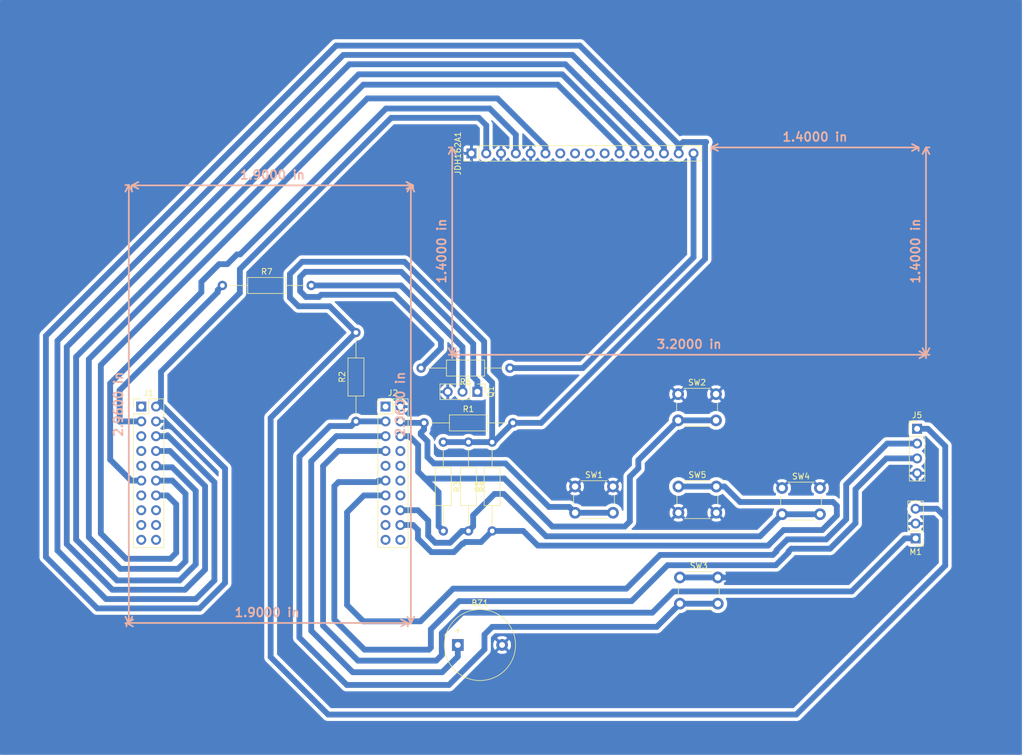
<source format=kicad_pcb>
(kicad_pcb (version 20171130) (host pcbnew 5.0.1-33cea8e~67~ubuntu18.04.1)

  (general
    (thickness 1.6)
    (drawings 8)
    (tracks 290)
    (zones 0)
    (modules 19)
    (nets 47)
  )

  (page A4)
  (layers
    (0 F.Cu signal)
    (31 B.Cu signal)
    (32 B.Adhes user)
    (33 F.Adhes user)
    (34 B.Paste user)
    (35 F.Paste user)
    (36 B.SilkS user)
    (37 F.SilkS user)
    (38 B.Mask user)
    (39 F.Mask user)
    (40 Dwgs.User user)
    (41 Cmts.User user)
    (42 Eco1.User user)
    (43 Eco2.User user)
    (44 Edge.Cuts user)
    (45 Margin user)
    (46 B.CrtYd user)
    (47 F.CrtYd user)
    (48 B.Fab user)
    (49 F.Fab user)
  )

  (setup
    (last_trace_width 1)
    (trace_clearance 0.6)
    (zone_clearance 0.508)
    (zone_45_only no)
    (trace_min 0.2)
    (segment_width 0.2)
    (edge_width 0.1)
    (via_size 2)
    (via_drill 1.5)
    (via_min_size 0.4)
    (via_min_drill 0.3)
    (uvia_size 0.5)
    (uvia_drill 0.1)
    (uvias_allowed no)
    (uvia_min_size 0.2)
    (uvia_min_drill 0.1)
    (pcb_text_width 0.3)
    (pcb_text_size 1.5 1.5)
    (mod_edge_width 0.15)
    (mod_text_size 1 1)
    (mod_text_width 0.15)
    (pad_size 1.5 1.5)
    (pad_drill 0.6)
    (pad_to_mask_clearance 0)
    (solder_mask_min_width 0.25)
    (aux_axis_origin 0 0)
    (visible_elements FFFFFF7F)
    (pcbplotparams
      (layerselection 0x010fc_ffffffff)
      (usegerberextensions false)
      (usegerberattributes false)
      (usegerberadvancedattributes false)
      (creategerberjobfile false)
      (excludeedgelayer true)
      (linewidth 0.100000)
      (plotframeref false)
      (viasonmask false)
      (mode 1)
      (useauxorigin false)
      (hpglpennumber 1)
      (hpglpenspeed 20)
      (hpglpendiameter 15.000000)
      (psnegative false)
      (psa4output false)
      (plotreference true)
      (plotvalue true)
      (plotinvisibletext false)
      (padsonsilk false)
      (subtractmaskfromsilk false)
      (outputformat 1)
      (mirror false)
      (drillshape 1)
      (scaleselection 1)
      (outputdirectory ""))
  )

  (net 0 "")
  (net 1 "Net-(BZ1-Pad1)")
  (net 2 GNDPWR)
  (net 3 "Net-(J1-Pad20)")
  (net 4 "Net-(J1-Pad19)")
  (net 5 "Net-(J1-Pad18)")
  (net 6 "Net-(J1-Pad17)")
  (net 7 "Net-(J1-Pad16)")
  (net 8 "Net-(J1-Pad15)")
  (net 9 "Net-(J1-Pad14)")
  (net 10 "Net-(J1-Pad13)")
  (net 11 "Net-(J1-Pad12)")
  (net 12 "Net-(J1-Pad11)")
  (net 13 "Net-(J1-Pad10)")
  (net 14 "Net-(J1-Pad9)")
  (net 15 "Net-(J1-Pad8)")
  (net 16 "Net-(J1-Pad7)")
  (net 17 "Net-(J1-Pad6)")
  (net 18 "Net-(J1-Pad5)")
  (net 19 "Net-(J1-Pad3)")
  (net 20 +5V)
  (net 21 +3V3)
  (net 22 "Net-(J2-Pad1)")
  (net 23 "Net-(J2-Pad3)")
  (net 24 "Net-(J2-Pad4)")
  (net 25 "Net-(J2-Pad6)")
  (net 26 "Net-(J2-Pad7)")
  (net 27 "Net-(J2-Pad8)")
  (net 28 "Net-(J2-Pad9)")
  (net 29 "Net-(J2-Pad10)")
  (net 30 "Net-(J2-Pad11)")
  (net 31 "Net-(J2-Pad12)")
  (net 32 "Net-(J2-Pad13)")
  (net 33 "Net-(J2-Pad14)")
  (net 34 "Net-(J2-Pad15)")
  (net 35 "Net-(J2-Pad16)")
  (net 36 "Net-(J2-Pad17)")
  (net 37 "Net-(J2-Pad18)")
  (net 38 "Net-(J2-Pad19)")
  (net 39 "Net-(J2-Pad20)")
  (net 40 "Net-(JDH162A1-Pad7)")
  (net 41 "Net-(JDH162A1-Pad8)")
  (net 42 "Net-(JDH162A1-Pad9)")
  (net 43 "Net-(JDH162A1-Pad10)")
  (net 44 "Net-(JDH162A1-Pad16)")
  (net 45 "Net-(Q1-Pad2)")
  (net 46 "Net-(Q1-Pad1)")

  (net_class Default "This is the default net class."
    (clearance 0.6)
    (trace_width 1)
    (via_dia 2)
    (via_drill 1.5)
    (uvia_dia 0.5)
    (uvia_drill 0.1)
    (add_net +3V3)
    (add_net +5V)
    (add_net GNDPWR)
    (add_net "Net-(BZ1-Pad1)")
    (add_net "Net-(J1-Pad10)")
    (add_net "Net-(J1-Pad11)")
    (add_net "Net-(J1-Pad12)")
    (add_net "Net-(J1-Pad13)")
    (add_net "Net-(J1-Pad14)")
    (add_net "Net-(J1-Pad15)")
    (add_net "Net-(J1-Pad16)")
    (add_net "Net-(J1-Pad17)")
    (add_net "Net-(J1-Pad18)")
    (add_net "Net-(J1-Pad19)")
    (add_net "Net-(J1-Pad20)")
    (add_net "Net-(J1-Pad3)")
    (add_net "Net-(J1-Pad5)")
    (add_net "Net-(J1-Pad6)")
    (add_net "Net-(J1-Pad7)")
    (add_net "Net-(J1-Pad8)")
    (add_net "Net-(J1-Pad9)")
    (add_net "Net-(J2-Pad1)")
    (add_net "Net-(J2-Pad10)")
    (add_net "Net-(J2-Pad11)")
    (add_net "Net-(J2-Pad12)")
    (add_net "Net-(J2-Pad13)")
    (add_net "Net-(J2-Pad14)")
    (add_net "Net-(J2-Pad15)")
    (add_net "Net-(J2-Pad16)")
    (add_net "Net-(J2-Pad17)")
    (add_net "Net-(J2-Pad18)")
    (add_net "Net-(J2-Pad19)")
    (add_net "Net-(J2-Pad20)")
    (add_net "Net-(J2-Pad3)")
    (add_net "Net-(J2-Pad4)")
    (add_net "Net-(J2-Pad6)")
    (add_net "Net-(J2-Pad7)")
    (add_net "Net-(J2-Pad8)")
    (add_net "Net-(J2-Pad9)")
    (add_net "Net-(JDH162A1-Pad10)")
    (add_net "Net-(JDH162A1-Pad16)")
    (add_net "Net-(JDH162A1-Pad7)")
    (add_net "Net-(JDH162A1-Pad8)")
    (add_net "Net-(JDH162A1-Pad9)")
    (add_net "Net-(Q1-Pad1)")
    (add_net "Net-(Q1-Pad2)")
  )

  (module Buzzer_Beeper:Buzzer_12x9.5RM7.6 (layer F.Cu) (tedit 5A030281) (tstamp 5BC781CB)
    (at 114.808 145.6944)
    (descr "Generic Buzzer, D12mm height 9.5mm with RM7.6mm")
    (tags buzzer)
    (path /5BB38590)
    (fp_text reference BZ1 (at 3.8 -7.2) (layer F.SilkS)
      (effects (font (size 1 1) (thickness 0.15)))
    )
    (fp_text value Buzzer (at 3.8 7.4) (layer F.Fab)
      (effects (font (size 1 1) (thickness 0.15)))
    )
    (fp_text user + (at -0.01 -2.54) (layer F.Fab)
      (effects (font (size 1 1) (thickness 0.15)))
    )
    (fp_text user + (at -0.01 -2.54) (layer F.SilkS)
      (effects (font (size 1 1) (thickness 0.15)))
    )
    (fp_text user %R (at 3.8 -4) (layer F.Fab)
      (effects (font (size 1 1) (thickness 0.15)))
    )
    (fp_circle (center 3.8 0) (end 10.05 0) (layer F.CrtYd) (width 0.05))
    (fp_circle (center 3.8 0) (end 9.8 0) (layer F.Fab) (width 0.1))
    (fp_circle (center 3.8 0) (end 4.8 0) (layer F.Fab) (width 0.1))
    (fp_circle (center 3.8 0) (end 9.9 0) (layer F.SilkS) (width 0.12))
    (pad 1 thru_hole rect (at 0 0) (size 2 2) (drill 1) (layers *.Cu *.Mask)
      (net 1 "Net-(BZ1-Pad1)"))
    (pad 2 thru_hole circle (at 7.6 0) (size 2 2) (drill 1) (layers *.Cu *.Mask)
      (net 2 GNDPWR))
    (model ${KISYS3DMOD}/Buzzer_Beeper.3dshapes/Buzzer_12x9.5RM7.6.wrl
      (at (xyz 0 0 0))
      (scale (xyz 1 1 1))
      (rotate (xyz 0 0 0))
    )
  )

  (module Connector_PinHeader_2.54mm:PinHeader_2x10_P2.54mm_Vertical (layer F.Cu) (tedit 59FED5CC) (tstamp 5BC781F5)
    (at 60.5028 104.8004)
    (descr "Through hole straight pin header, 2x10, 2.54mm pitch, double rows")
    (tags "Through hole pin header THT 2x10 2.54mm double row")
    (path /5BB3FC52)
    (fp_text reference J1 (at 1.27 -2.33) (layer F.SilkS)
      (effects (font (size 1 1) (thickness 0.15)))
    )
    (fp_text value Conn_02x10_Odd_Even (at 1.27 25.19) (layer F.Fab)
      (effects (font (size 1 1) (thickness 0.15)))
    )
    (fp_text user %R (at 1.27 11.43 90) (layer F.Fab)
      (effects (font (size 1 1) (thickness 0.15)))
    )
    (fp_line (start 4.35 -1.8) (end -1.8 -1.8) (layer F.CrtYd) (width 0.05))
    (fp_line (start 4.35 24.65) (end 4.35 -1.8) (layer F.CrtYd) (width 0.05))
    (fp_line (start -1.8 24.65) (end 4.35 24.65) (layer F.CrtYd) (width 0.05))
    (fp_line (start -1.8 -1.8) (end -1.8 24.65) (layer F.CrtYd) (width 0.05))
    (fp_line (start -1.33 -1.33) (end 0 -1.33) (layer F.SilkS) (width 0.12))
    (fp_line (start -1.33 0) (end -1.33 -1.33) (layer F.SilkS) (width 0.12))
    (fp_line (start 1.27 -1.33) (end 3.87 -1.33) (layer F.SilkS) (width 0.12))
    (fp_line (start 1.27 1.27) (end 1.27 -1.33) (layer F.SilkS) (width 0.12))
    (fp_line (start -1.33 1.27) (end 1.27 1.27) (layer F.SilkS) (width 0.12))
    (fp_line (start 3.87 -1.33) (end 3.87 24.19) (layer F.SilkS) (width 0.12))
    (fp_line (start -1.33 1.27) (end -1.33 24.19) (layer F.SilkS) (width 0.12))
    (fp_line (start -1.33 24.19) (end 3.87 24.19) (layer F.SilkS) (width 0.12))
    (fp_line (start -1.27 0) (end 0 -1.27) (layer F.Fab) (width 0.1))
    (fp_line (start -1.27 24.13) (end -1.27 0) (layer F.Fab) (width 0.1))
    (fp_line (start 3.81 24.13) (end -1.27 24.13) (layer F.Fab) (width 0.1))
    (fp_line (start 3.81 -1.27) (end 3.81 24.13) (layer F.Fab) (width 0.1))
    (fp_line (start 0 -1.27) (end 3.81 -1.27) (layer F.Fab) (width 0.1))
    (pad 20 thru_hole oval (at 2.54 22.86) (size 1.7 1.7) (drill 1) (layers *.Cu *.Mask)
      (net 3 "Net-(J1-Pad20)"))
    (pad 19 thru_hole oval (at 0 22.86) (size 1.7 1.7) (drill 1) (layers *.Cu *.Mask)
      (net 4 "Net-(J1-Pad19)"))
    (pad 18 thru_hole oval (at 2.54 20.32) (size 1.7 1.7) (drill 1) (layers *.Cu *.Mask)
      (net 5 "Net-(J1-Pad18)"))
    (pad 17 thru_hole oval (at 0 20.32) (size 1.7 1.7) (drill 1) (layers *.Cu *.Mask)
      (net 6 "Net-(J1-Pad17)"))
    (pad 16 thru_hole oval (at 2.54 17.78) (size 1.7 1.7) (drill 1) (layers *.Cu *.Mask)
      (net 7 "Net-(J1-Pad16)"))
    (pad 15 thru_hole oval (at 0 17.78) (size 1.7 1.7) (drill 1) (layers *.Cu *.Mask)
      (net 8 "Net-(J1-Pad15)"))
    (pad 14 thru_hole oval (at 2.54 15.24) (size 1.7 1.7) (drill 1) (layers *.Cu *.Mask)
      (net 9 "Net-(J1-Pad14)"))
    (pad 13 thru_hole oval (at 0 15.24) (size 1.7 1.7) (drill 1) (layers *.Cu *.Mask)
      (net 10 "Net-(J1-Pad13)"))
    (pad 12 thru_hole oval (at 2.54 12.7) (size 1.7 1.7) (drill 1) (layers *.Cu *.Mask)
      (net 11 "Net-(J1-Pad12)"))
    (pad 11 thru_hole oval (at 0 12.7) (size 1.7 1.7) (drill 1) (layers *.Cu *.Mask)
      (net 12 "Net-(J1-Pad11)"))
    (pad 10 thru_hole oval (at 2.54 10.16) (size 1.7 1.7) (drill 1) (layers *.Cu *.Mask)
      (net 13 "Net-(J1-Pad10)"))
    (pad 9 thru_hole oval (at 0 10.16) (size 1.7 1.7) (drill 1) (layers *.Cu *.Mask)
      (net 14 "Net-(J1-Pad9)"))
    (pad 8 thru_hole oval (at 2.54 7.62) (size 1.7 1.7) (drill 1) (layers *.Cu *.Mask)
      (net 15 "Net-(J1-Pad8)"))
    (pad 7 thru_hole oval (at 0 7.62) (size 1.7 1.7) (drill 1) (layers *.Cu *.Mask)
      (net 16 "Net-(J1-Pad7)"))
    (pad 6 thru_hole oval (at 2.54 5.08) (size 1.7 1.7) (drill 1) (layers *.Cu *.Mask)
      (net 17 "Net-(J1-Pad6)"))
    (pad 5 thru_hole oval (at 0 5.08) (size 1.7 1.7) (drill 1) (layers *.Cu *.Mask)
      (net 18 "Net-(J1-Pad5)"))
    (pad 4 thru_hole oval (at 2.54 2.54) (size 1.7 1.7) (drill 1) (layers *.Cu *.Mask)
      (net 2 GNDPWR))
    (pad 3 thru_hole oval (at 0 2.54) (size 1.7 1.7) (drill 1) (layers *.Cu *.Mask)
      (net 19 "Net-(J1-Pad3)"))
    (pad 2 thru_hole oval (at 2.54 0) (size 1.7 1.7) (drill 1) (layers *.Cu *.Mask)
      (net 20 +5V))
    (pad 1 thru_hole rect (at 0 0) (size 1.7 1.7) (drill 1) (layers *.Cu *.Mask)
      (net 21 +3V3))
    (model ${KISYS3DMOD}/Connector_PinHeader_2.54mm.3dshapes/PinHeader_2x10_P2.54mm_Vertical.wrl
      (at (xyz 0 0 0))
      (scale (xyz 1 1 1))
      (rotate (xyz 0 0 0))
    )
  )

  (module Connector_PinHeader_2.54mm:PinHeader_2x10_P2.54mm_Vertical (layer F.Cu) (tedit 59FED5CC) (tstamp 5BC7821F)
    (at 102.4128 104.8004)
    (descr "Through hole straight pin header, 2x10, 2.54mm pitch, double rows")
    (tags "Through hole pin header THT 2x10 2.54mm double row")
    (path /5BB3FE71)
    (fp_text reference J2 (at 1.27 -2.33) (layer F.SilkS)
      (effects (font (size 1 1) (thickness 0.15)))
    )
    (fp_text value Conn_02x10_Odd_Even (at 1.27 25.19) (layer F.Fab)
      (effects (font (size 1 1) (thickness 0.15)))
    )
    (fp_line (start 0 -1.27) (end 3.81 -1.27) (layer F.Fab) (width 0.1))
    (fp_line (start 3.81 -1.27) (end 3.81 24.13) (layer F.Fab) (width 0.1))
    (fp_line (start 3.81 24.13) (end -1.27 24.13) (layer F.Fab) (width 0.1))
    (fp_line (start -1.27 24.13) (end -1.27 0) (layer F.Fab) (width 0.1))
    (fp_line (start -1.27 0) (end 0 -1.27) (layer F.Fab) (width 0.1))
    (fp_line (start -1.33 24.19) (end 3.87 24.19) (layer F.SilkS) (width 0.12))
    (fp_line (start -1.33 1.27) (end -1.33 24.19) (layer F.SilkS) (width 0.12))
    (fp_line (start 3.87 -1.33) (end 3.87 24.19) (layer F.SilkS) (width 0.12))
    (fp_line (start -1.33 1.27) (end 1.27 1.27) (layer F.SilkS) (width 0.12))
    (fp_line (start 1.27 1.27) (end 1.27 -1.33) (layer F.SilkS) (width 0.12))
    (fp_line (start 1.27 -1.33) (end 3.87 -1.33) (layer F.SilkS) (width 0.12))
    (fp_line (start -1.33 0) (end -1.33 -1.33) (layer F.SilkS) (width 0.12))
    (fp_line (start -1.33 -1.33) (end 0 -1.33) (layer F.SilkS) (width 0.12))
    (fp_line (start -1.8 -1.8) (end -1.8 24.65) (layer F.CrtYd) (width 0.05))
    (fp_line (start -1.8 24.65) (end 4.35 24.65) (layer F.CrtYd) (width 0.05))
    (fp_line (start 4.35 24.65) (end 4.35 -1.8) (layer F.CrtYd) (width 0.05))
    (fp_line (start 4.35 -1.8) (end -1.8 -1.8) (layer F.CrtYd) (width 0.05))
    (fp_text user %R (at 1.27 11.43 90) (layer F.Fab)
      (effects (font (size 1 1) (thickness 0.15)))
    )
    (pad 1 thru_hole rect (at 0 0) (size 1.7 1.7) (drill 1) (layers *.Cu *.Mask)
      (net 22 "Net-(J2-Pad1)"))
    (pad 2 thru_hole oval (at 2.54 0) (size 1.7 1.7) (drill 1) (layers *.Cu *.Mask)
      (net 2 GNDPWR))
    (pad 3 thru_hole oval (at 0 2.54) (size 1.7 1.7) (drill 1) (layers *.Cu *.Mask)
      (net 23 "Net-(J2-Pad3)"))
    (pad 4 thru_hole oval (at 2.54 2.54) (size 1.7 1.7) (drill 1) (layers *.Cu *.Mask)
      (net 24 "Net-(J2-Pad4)"))
    (pad 5 thru_hole oval (at 0 5.08) (size 1.7 1.7) (drill 1) (layers *.Cu *.Mask)
      (net 1 "Net-(BZ1-Pad1)"))
    (pad 6 thru_hole oval (at 2.54 5.08) (size 1.7 1.7) (drill 1) (layers *.Cu *.Mask)
      (net 25 "Net-(J2-Pad6)"))
    (pad 7 thru_hole oval (at 0 7.62) (size 1.7 1.7) (drill 1) (layers *.Cu *.Mask)
      (net 26 "Net-(J2-Pad7)"))
    (pad 8 thru_hole oval (at 2.54 7.62) (size 1.7 1.7) (drill 1) (layers *.Cu *.Mask)
      (net 27 "Net-(J2-Pad8)"))
    (pad 9 thru_hole oval (at 0 10.16) (size 1.7 1.7) (drill 1) (layers *.Cu *.Mask)
      (net 28 "Net-(J2-Pad9)"))
    (pad 10 thru_hole oval (at 2.54 10.16) (size 1.7 1.7) (drill 1) (layers *.Cu *.Mask)
      (net 29 "Net-(J2-Pad10)"))
    (pad 11 thru_hole oval (at 0 12.7) (size 1.7 1.7) (drill 1) (layers *.Cu *.Mask)
      (net 30 "Net-(J2-Pad11)"))
    (pad 12 thru_hole oval (at 2.54 12.7) (size 1.7 1.7) (drill 1) (layers *.Cu *.Mask)
      (net 31 "Net-(J2-Pad12)"))
    (pad 13 thru_hole oval (at 0 15.24) (size 1.7 1.7) (drill 1) (layers *.Cu *.Mask)
      (net 32 "Net-(J2-Pad13)"))
    (pad 14 thru_hole oval (at 2.54 15.24) (size 1.7 1.7) (drill 1) (layers *.Cu *.Mask)
      (net 33 "Net-(J2-Pad14)"))
    (pad 15 thru_hole oval (at 0 17.78) (size 1.7 1.7) (drill 1) (layers *.Cu *.Mask)
      (net 34 "Net-(J2-Pad15)"))
    (pad 16 thru_hole oval (at 2.54 17.78) (size 1.7 1.7) (drill 1) (layers *.Cu *.Mask)
      (net 35 "Net-(J2-Pad16)"))
    (pad 17 thru_hole oval (at 0 20.32) (size 1.7 1.7) (drill 1) (layers *.Cu *.Mask)
      (net 36 "Net-(J2-Pad17)"))
    (pad 18 thru_hole oval (at 2.54 20.32) (size 1.7 1.7) (drill 1) (layers *.Cu *.Mask)
      (net 37 "Net-(J2-Pad18)"))
    (pad 19 thru_hole oval (at 0 22.86) (size 1.7 1.7) (drill 1) (layers *.Cu *.Mask)
      (net 38 "Net-(J2-Pad19)"))
    (pad 20 thru_hole oval (at 2.54 22.86) (size 1.7 1.7) (drill 1) (layers *.Cu *.Mask)
      (net 39 "Net-(J2-Pad20)"))
    (model ${KISYS3DMOD}/Connector_PinHeader_2.54mm.3dshapes/PinHeader_2x10_P2.54mm_Vertical.wrl
      (at (xyz 0 0 0))
      (scale (xyz 1 1 1))
      (rotate (xyz 0 0 0))
    )
  )

  (module Connector_PinHeader_2.54mm:PinHeader_1x04_P2.54mm_Vertical (layer F.Cu) (tedit 59FED5CC) (tstamp 5BC7A702)
    (at 193.5988 108.6104)
    (descr "Through hole straight pin header, 1x04, 2.54mm pitch, single row")
    (tags "Through hole pin header THT 1x04 2.54mm single row")
    (path /5BB33235)
    (fp_text reference J5 (at 0 -2.33) (layer F.SilkS)
      (effects (font (size 1 1) (thickness 0.15)))
    )
    (fp_text value HC-SR04 (at 0 9.95) (layer F.Fab)
      (effects (font (size 1 1) (thickness 0.15)))
    )
    (fp_line (start -0.635 -1.27) (end 1.27 -1.27) (layer F.Fab) (width 0.1))
    (fp_line (start 1.27 -1.27) (end 1.27 8.89) (layer F.Fab) (width 0.1))
    (fp_line (start 1.27 8.89) (end -1.27 8.89) (layer F.Fab) (width 0.1))
    (fp_line (start -1.27 8.89) (end -1.27 -0.635) (layer F.Fab) (width 0.1))
    (fp_line (start -1.27 -0.635) (end -0.635 -1.27) (layer F.Fab) (width 0.1))
    (fp_line (start -1.33 8.95) (end 1.33 8.95) (layer F.SilkS) (width 0.12))
    (fp_line (start -1.33 1.27) (end -1.33 8.95) (layer F.SilkS) (width 0.12))
    (fp_line (start 1.33 1.27) (end 1.33 8.95) (layer F.SilkS) (width 0.12))
    (fp_line (start -1.33 1.27) (end 1.33 1.27) (layer F.SilkS) (width 0.12))
    (fp_line (start -1.33 0) (end -1.33 -1.33) (layer F.SilkS) (width 0.12))
    (fp_line (start -1.33 -1.33) (end 0 -1.33) (layer F.SilkS) (width 0.12))
    (fp_line (start -1.8 -1.8) (end -1.8 9.4) (layer F.CrtYd) (width 0.05))
    (fp_line (start -1.8 9.4) (end 1.8 9.4) (layer F.CrtYd) (width 0.05))
    (fp_line (start 1.8 9.4) (end 1.8 -1.8) (layer F.CrtYd) (width 0.05))
    (fp_line (start 1.8 -1.8) (end -1.8 -1.8) (layer F.CrtYd) (width 0.05))
    (fp_text user %R (at 0 3.81 90) (layer F.Fab)
      (effects (font (size 1 1) (thickness 0.15)))
    )
    (pad 1 thru_hole rect (at 0 0) (size 1.7 1.7) (drill 1) (layers *.Cu *.Mask)
      (net 20 +5V))
    (pad 2 thru_hole oval (at 0 2.54) (size 1.7 1.7) (drill 1) (layers *.Cu *.Mask)
      (net 32 "Net-(J2-Pad13)"))
    (pad 3 thru_hole oval (at 0 5.08) (size 1.7 1.7) (drill 1) (layers *.Cu *.Mask)
      (net 30 "Net-(J2-Pad11)"))
    (pad 4 thru_hole oval (at 0 7.62) (size 1.7 1.7) (drill 1) (layers *.Cu *.Mask)
      (net 2 GNDPWR))
    (model ${KISYS3DMOD}/Connector_PinHeader_2.54mm.3dshapes/PinHeader_1x04_P2.54mm_Vertical.wrl
      (at (xyz 0 0 0))
      (scale (xyz 1 1 1))
      (rotate (xyz 0 0 0))
    )
  )

  (module Connector_PinHeader_2.54mm:PinHeader_1x16_P2.54mm_Vertical (layer F.Cu) (tedit 59FED5CC) (tstamp 5BC7C260)
    (at 117.1448 61.3664 90)
    (descr "Through hole straight pin header, 1x16, 2.54mm pitch, single row")
    (tags "Through hole pin header THT 1x16 2.54mm single row")
    (path /5BB2DBB5)
    (fp_text reference JDH162A1 (at 0 -2.33 90) (layer F.SilkS)
      (effects (font (size 1 1) (thickness 0.15)))
    )
    (fp_text value "LCD JDH162A" (at 0 40.43 90) (layer F.Fab)
      (effects (font (size 1 1) (thickness 0.15)))
    )
    (fp_line (start -0.635 -1.27) (end 1.27 -1.27) (layer F.Fab) (width 0.1))
    (fp_line (start 1.27 -1.27) (end 1.27 39.37) (layer F.Fab) (width 0.1))
    (fp_line (start 1.27 39.37) (end -1.27 39.37) (layer F.Fab) (width 0.1))
    (fp_line (start -1.27 39.37) (end -1.27 -0.635) (layer F.Fab) (width 0.1))
    (fp_line (start -1.27 -0.635) (end -0.635 -1.27) (layer F.Fab) (width 0.1))
    (fp_line (start -1.33 39.43) (end 1.33 39.43) (layer F.SilkS) (width 0.12))
    (fp_line (start -1.33 1.27) (end -1.33 39.43) (layer F.SilkS) (width 0.12))
    (fp_line (start 1.33 1.27) (end 1.33 39.43) (layer F.SilkS) (width 0.12))
    (fp_line (start -1.33 1.27) (end 1.33 1.27) (layer F.SilkS) (width 0.12))
    (fp_line (start -1.33 0) (end -1.33 -1.33) (layer F.SilkS) (width 0.12))
    (fp_line (start -1.33 -1.33) (end 0 -1.33) (layer F.SilkS) (width 0.12))
    (fp_line (start -1.8 -1.8) (end -1.8 39.9) (layer F.CrtYd) (width 0.05))
    (fp_line (start -1.8 39.9) (end 1.8 39.9) (layer F.CrtYd) (width 0.05))
    (fp_line (start 1.8 39.9) (end 1.8 -1.8) (layer F.CrtYd) (width 0.05))
    (fp_line (start 1.8 -1.8) (end -1.8 -1.8) (layer F.CrtYd) (width 0.05))
    (fp_text user %R (at 0 19.05 180) (layer F.Fab)
      (effects (font (size 1 1) (thickness 0.15)))
    )
    (pad 1 thru_hole rect (at 0 0 90) (size 1.7 1.7) (drill 1) (layers *.Cu *.Mask)
      (net 2 GNDPWR))
    (pad 2 thru_hole oval (at 0 2.54 90) (size 1.7 1.7) (drill 1) (layers *.Cu *.Mask)
      (net 20 +5V))
    (pad 3 thru_hole oval (at 0 5.08 90) (size 1.7 1.7) (drill 1) (layers *.Cu *.Mask)
      (net 2 GNDPWR))
    (pad 4 thru_hole oval (at 0 7.62 90) (size 1.7 1.7) (drill 1) (layers *.Cu *.Mask)
      (net 12 "Net-(J1-Pad11)"))
    (pad 5 thru_hole oval (at 0 10.16 90) (size 1.7 1.7) (drill 1) (layers *.Cu *.Mask)
      (net 2 GNDPWR))
    (pad 6 thru_hole oval (at 0 12.7 90) (size 1.7 1.7) (drill 1) (layers *.Cu *.Mask)
      (net 9 "Net-(J1-Pad14)"))
    (pad 7 thru_hole oval (at 0 15.24 90) (size 1.7 1.7) (drill 1) (layers *.Cu *.Mask)
      (net 40 "Net-(JDH162A1-Pad7)"))
    (pad 8 thru_hole oval (at 0 17.78 90) (size 1.7 1.7) (drill 1) (layers *.Cu *.Mask)
      (net 41 "Net-(JDH162A1-Pad8)"))
    (pad 9 thru_hole oval (at 0 20.32 90) (size 1.7 1.7) (drill 1) (layers *.Cu *.Mask)
      (net 42 "Net-(JDH162A1-Pad9)"))
    (pad 10 thru_hole oval (at 0 22.86 90) (size 1.7 1.7) (drill 1) (layers *.Cu *.Mask)
      (net 43 "Net-(JDH162A1-Pad10)"))
    (pad 11 thru_hole oval (at 0 25.4 90) (size 1.7 1.7) (drill 1) (layers *.Cu *.Mask)
      (net 11 "Net-(J1-Pad12)"))
    (pad 12 thru_hole oval (at 0 27.94 90) (size 1.7 1.7) (drill 1) (layers *.Cu *.Mask)
      (net 13 "Net-(J1-Pad10)"))
    (pad 13 thru_hole oval (at 0 30.48 90) (size 1.7 1.7) (drill 1) (layers *.Cu *.Mask)
      (net 15 "Net-(J1-Pad8)"))
    (pad 14 thru_hole oval (at 0 33.02 90) (size 1.7 1.7) (drill 1) (layers *.Cu *.Mask)
      (net 17 "Net-(J1-Pad6)"))
    (pad 15 thru_hole oval (at 0 35.56 90) (size 1.7 1.7) (drill 1) (layers *.Cu *.Mask)
      (net 20 +5V))
    (pad 16 thru_hole oval (at 0 38.1 90) (size 1.7 1.7) (drill 1) (layers *.Cu *.Mask)
      (net 44 "Net-(JDH162A1-Pad16)"))
    (model ${KISYS3DMOD}/Connector_PinHeader_2.54mm.3dshapes/PinHeader_1x16_P2.54mm_Vertical.wrl
      (at (xyz 0 0 0))
      (scale (xyz 1 1 1))
      (rotate (xyz 0 0 0))
    )
  )

  (module Connector_PinHeader_2.54mm:PinHeader_1x03_P2.54mm_Vertical (layer F.Cu) (tedit 59FED5CC) (tstamp 5BC7A5E1)
    (at 193.3448 127.4064 180)
    (descr "Through hole straight pin header, 1x03, 2.54mm pitch, single row")
    (tags "Through hole pin header THT 1x03 2.54mm single row")
    (path /5BB386F0)
    (fp_text reference M1 (at 0 -2.33 180) (layer F.SilkS)
      (effects (font (size 1 1) (thickness 0.15)))
    )
    (fp_text value Motor_Servo (at 0 7.41 180) (layer F.Fab)
      (effects (font (size 1 1) (thickness 0.15)))
    )
    (fp_line (start -0.635 -1.27) (end 1.27 -1.27) (layer F.Fab) (width 0.1))
    (fp_line (start 1.27 -1.27) (end 1.27 6.35) (layer F.Fab) (width 0.1))
    (fp_line (start 1.27 6.35) (end -1.27 6.35) (layer F.Fab) (width 0.1))
    (fp_line (start -1.27 6.35) (end -1.27 -0.635) (layer F.Fab) (width 0.1))
    (fp_line (start -1.27 -0.635) (end -0.635 -1.27) (layer F.Fab) (width 0.1))
    (fp_line (start -1.33 6.41) (end 1.33 6.41) (layer F.SilkS) (width 0.12))
    (fp_line (start -1.33 1.27) (end -1.33 6.41) (layer F.SilkS) (width 0.12))
    (fp_line (start 1.33 1.27) (end 1.33 6.41) (layer F.SilkS) (width 0.12))
    (fp_line (start -1.33 1.27) (end 1.33 1.27) (layer F.SilkS) (width 0.12))
    (fp_line (start -1.33 0) (end -1.33 -1.33) (layer F.SilkS) (width 0.12))
    (fp_line (start -1.33 -1.33) (end 0 -1.33) (layer F.SilkS) (width 0.12))
    (fp_line (start -1.8 -1.8) (end -1.8 6.85) (layer F.CrtYd) (width 0.05))
    (fp_line (start -1.8 6.85) (end 1.8 6.85) (layer F.CrtYd) (width 0.05))
    (fp_line (start 1.8 6.85) (end 1.8 -1.8) (layer F.CrtYd) (width 0.05))
    (fp_line (start 1.8 -1.8) (end -1.8 -1.8) (layer F.CrtYd) (width 0.05))
    (fp_text user %R (at 0 2.54 270) (layer F.Fab)
      (effects (font (size 1 1) (thickness 0.15)))
    )
    (pad 1 thru_hole rect (at 0 0 180) (size 1.7 1.7) (drill 1) (layers *.Cu *.Mask)
      (net 26 "Net-(J2-Pad7)"))
    (pad 2 thru_hole oval (at 0 2.54 180) (size 1.7 1.7) (drill 1) (layers *.Cu *.Mask)
      (net 2 GNDPWR))
    (pad 3 thru_hole oval (at 0 5.08 180) (size 1.7 1.7) (drill 1) (layers *.Cu *.Mask)
      (net 20 +5V))
    (model ${KISYS3DMOD}/Connector_PinHeader_2.54mm.3dshapes/PinHeader_1x03_P2.54mm_Vertical.wrl
      (at (xyz 0 0 0))
      (scale (xyz 1 1 1))
      (rotate (xyz 0 0 0))
    )
  )

  (module Connector_PinHeader_2.54mm:PinHeader_1x03_P2.54mm_Vertical (layer F.Cu) (tedit 59FED5CC) (tstamp 5BC78289)
    (at 118.1608 102.2604 270)
    (descr "Through hole straight pin header, 1x03, 2.54mm pitch, single row")
    (tags "Through hole pin header THT 1x03 2.54mm single row")
    (path /5BB3C234)
    (fp_text reference Q1 (at 0 -2.33 270) (layer F.SilkS)
      (effects (font (size 1 1) (thickness 0.15)))
    )
    (fp_text value Q_NPN_CBE (at 0 7.41 270) (layer F.Fab)
      (effects (font (size 1 1) (thickness 0.15)))
    )
    (fp_text user %R (at 0 2.54) (layer F.Fab)
      (effects (font (size 1 1) (thickness 0.15)))
    )
    (fp_line (start 1.8 -1.8) (end -1.8 -1.8) (layer F.CrtYd) (width 0.05))
    (fp_line (start 1.8 6.85) (end 1.8 -1.8) (layer F.CrtYd) (width 0.05))
    (fp_line (start -1.8 6.85) (end 1.8 6.85) (layer F.CrtYd) (width 0.05))
    (fp_line (start -1.8 -1.8) (end -1.8 6.85) (layer F.CrtYd) (width 0.05))
    (fp_line (start -1.33 -1.33) (end 0 -1.33) (layer F.SilkS) (width 0.12))
    (fp_line (start -1.33 0) (end -1.33 -1.33) (layer F.SilkS) (width 0.12))
    (fp_line (start -1.33 1.27) (end 1.33 1.27) (layer F.SilkS) (width 0.12))
    (fp_line (start 1.33 1.27) (end 1.33 6.41) (layer F.SilkS) (width 0.12))
    (fp_line (start -1.33 1.27) (end -1.33 6.41) (layer F.SilkS) (width 0.12))
    (fp_line (start -1.33 6.41) (end 1.33 6.41) (layer F.SilkS) (width 0.12))
    (fp_line (start -1.27 -0.635) (end -0.635 -1.27) (layer F.Fab) (width 0.1))
    (fp_line (start -1.27 6.35) (end -1.27 -0.635) (layer F.Fab) (width 0.1))
    (fp_line (start 1.27 6.35) (end -1.27 6.35) (layer F.Fab) (width 0.1))
    (fp_line (start 1.27 -1.27) (end 1.27 6.35) (layer F.Fab) (width 0.1))
    (fp_line (start -0.635 -1.27) (end 1.27 -1.27) (layer F.Fab) (width 0.1))
    (pad 3 thru_hole oval (at 0 5.08 270) (size 1.7 1.7) (drill 1) (layers *.Cu *.Mask)
      (net 2 GNDPWR))
    (pad 2 thru_hole oval (at 0 2.54 270) (size 1.7 1.7) (drill 1) (layers *.Cu *.Mask)
      (net 45 "Net-(Q1-Pad2)"))
    (pad 1 thru_hole rect (at 0 0 270) (size 1.7 1.7) (drill 1) (layers *.Cu *.Mask)
      (net 46 "Net-(Q1-Pad1)"))
    (model ${KISYS3DMOD}/Connector_PinHeader_2.54mm.3dshapes/PinHeader_1x03_P2.54mm_Vertical.wrl
      (at (xyz 0 0 0))
      (scale (xyz 1 1 1))
      (rotate (xyz 0 0 0))
    )
  )

  (module Resistor_THT:R_Axial_DIN0207_L6.3mm_D2.5mm_P15.24mm_Horizontal (layer F.Cu) (tedit 5AE5139B) (tstamp 5BC782A0)
    (at 109.0168 107.5944)
    (descr "Resistor, Axial_DIN0207 series, Axial, Horizontal, pin pitch=15.24mm, 0.25W = 1/4W, length*diameter=6.3*2.5mm^2, http://cdn-reichelt.de/documents/datenblatt/B400/1_4W%23YAG.pdf")
    (tags "Resistor Axial_DIN0207 series Axial Horizontal pin pitch 15.24mm 0.25W = 1/4W length 6.3mm diameter 2.5mm")
    (path /5BB300C7)
    (fp_text reference R1 (at 7.62 -2.37) (layer F.SilkS)
      (effects (font (size 1 1) (thickness 0.15)))
    )
    (fp_text value R (at 7.62 2.37) (layer F.Fab)
      (effects (font (size 1 1) (thickness 0.15)))
    )
    (fp_line (start 4.47 -1.25) (end 4.47 1.25) (layer F.Fab) (width 0.1))
    (fp_line (start 4.47 1.25) (end 10.77 1.25) (layer F.Fab) (width 0.1))
    (fp_line (start 10.77 1.25) (end 10.77 -1.25) (layer F.Fab) (width 0.1))
    (fp_line (start 10.77 -1.25) (end 4.47 -1.25) (layer F.Fab) (width 0.1))
    (fp_line (start 0 0) (end 4.47 0) (layer F.Fab) (width 0.1))
    (fp_line (start 15.24 0) (end 10.77 0) (layer F.Fab) (width 0.1))
    (fp_line (start 4.35 -1.37) (end 4.35 1.37) (layer F.SilkS) (width 0.12))
    (fp_line (start 4.35 1.37) (end 10.89 1.37) (layer F.SilkS) (width 0.12))
    (fp_line (start 10.89 1.37) (end 10.89 -1.37) (layer F.SilkS) (width 0.12))
    (fp_line (start 10.89 -1.37) (end 4.35 -1.37) (layer F.SilkS) (width 0.12))
    (fp_line (start 1.04 0) (end 4.35 0) (layer F.SilkS) (width 0.12))
    (fp_line (start 14.2 0) (end 10.89 0) (layer F.SilkS) (width 0.12))
    (fp_line (start -1.05 -1.5) (end -1.05 1.5) (layer F.CrtYd) (width 0.05))
    (fp_line (start -1.05 1.5) (end 16.29 1.5) (layer F.CrtYd) (width 0.05))
    (fp_line (start 16.29 1.5) (end 16.29 -1.5) (layer F.CrtYd) (width 0.05))
    (fp_line (start 16.29 -1.5) (end -1.05 -1.5) (layer F.CrtYd) (width 0.05))
    (fp_text user %R (at 7.62 0) (layer F.Fab)
      (effects (font (size 1 1) (thickness 0.15)))
    )
    (pad 1 thru_hole circle (at 0 0) (size 1.6 1.6) (drill 0.8) (layers *.Cu *.Mask)
      (net 24 "Net-(J2-Pad4)"))
    (pad 2 thru_hole oval (at 15.24 0) (size 1.6 1.6) (drill 0.8) (layers *.Cu *.Mask)
      (net 20 +5V))
    (model ${KISYS3DMOD}/Resistor_THT.3dshapes/R_Axial_DIN0207_L6.3mm_D2.5mm_P15.24mm_Horizontal.wrl
      (at (xyz 0 0 0))
      (scale (xyz 1 1 1))
      (rotate (xyz 0 0 0))
    )
  )

  (module Resistor_THT:R_Axial_DIN0207_L6.3mm_D2.5mm_P15.24mm_Horizontal (layer F.Cu) (tedit 5AE5139B) (tstamp 5BC782B7)
    (at 97.3328 107.3404 90)
    (descr "Resistor, Axial_DIN0207 series, Axial, Horizontal, pin pitch=15.24mm, 0.25W = 1/4W, length*diameter=6.3*2.5mm^2, http://cdn-reichelt.de/documents/datenblatt/B400/1_4W%23YAG.pdf")
    (tags "Resistor Axial_DIN0207 series Axial Horizontal pin pitch 15.24mm 0.25W = 1/4W length 6.3mm diameter 2.5mm")
    (path /5BB3030D)
    (fp_text reference R2 (at 7.62 -2.37 90) (layer F.SilkS)
      (effects (font (size 1 1) (thickness 0.15)))
    )
    (fp_text value R (at 7.62 2.37 90) (layer F.Fab)
      (effects (font (size 1 1) (thickness 0.15)))
    )
    (fp_text user %R (at 7.62 0 90) (layer F.Fab)
      (effects (font (size 1 1) (thickness 0.15)))
    )
    (fp_line (start 16.29 -1.5) (end -1.05 -1.5) (layer F.CrtYd) (width 0.05))
    (fp_line (start 16.29 1.5) (end 16.29 -1.5) (layer F.CrtYd) (width 0.05))
    (fp_line (start -1.05 1.5) (end 16.29 1.5) (layer F.CrtYd) (width 0.05))
    (fp_line (start -1.05 -1.5) (end -1.05 1.5) (layer F.CrtYd) (width 0.05))
    (fp_line (start 14.2 0) (end 10.89 0) (layer F.SilkS) (width 0.12))
    (fp_line (start 1.04 0) (end 4.35 0) (layer F.SilkS) (width 0.12))
    (fp_line (start 10.89 -1.37) (end 4.35 -1.37) (layer F.SilkS) (width 0.12))
    (fp_line (start 10.89 1.37) (end 10.89 -1.37) (layer F.SilkS) (width 0.12))
    (fp_line (start 4.35 1.37) (end 10.89 1.37) (layer F.SilkS) (width 0.12))
    (fp_line (start 4.35 -1.37) (end 4.35 1.37) (layer F.SilkS) (width 0.12))
    (fp_line (start 15.24 0) (end 10.77 0) (layer F.Fab) (width 0.1))
    (fp_line (start 0 0) (end 4.47 0) (layer F.Fab) (width 0.1))
    (fp_line (start 10.77 -1.25) (end 4.47 -1.25) (layer F.Fab) (width 0.1))
    (fp_line (start 10.77 1.25) (end 10.77 -1.25) (layer F.Fab) (width 0.1))
    (fp_line (start 4.47 1.25) (end 10.77 1.25) (layer F.Fab) (width 0.1))
    (fp_line (start 4.47 -1.25) (end 4.47 1.25) (layer F.Fab) (width 0.1))
    (pad 2 thru_hole oval (at 15.24 0 90) (size 1.6 1.6) (drill 0.8) (layers *.Cu *.Mask)
      (net 20 +5V))
    (pad 1 thru_hole circle (at 0 0 90) (size 1.6 1.6) (drill 0.8) (layers *.Cu *.Mask)
      (net 23 "Net-(J2-Pad3)"))
    (model ${KISYS3DMOD}/Resistor_THT.3dshapes/R_Axial_DIN0207_L6.3mm_D2.5mm_P15.24mm_Horizontal.wrl
      (at (xyz 0 0 0))
      (scale (xyz 1 1 1))
      (rotate (xyz 0 0 0))
    )
  )

  (module Resistor_THT:R_Axial_DIN0207_L6.3mm_D2.5mm_P15.24mm_Horizontal (layer F.Cu) (tedit 5AE5139B) (tstamp 5BC782CE)
    (at 112.3188 110.8964 270)
    (descr "Resistor, Axial_DIN0207 series, Axial, Horizontal, pin pitch=15.24mm, 0.25W = 1/4W, length*diameter=6.3*2.5mm^2, http://cdn-reichelt.de/documents/datenblatt/B400/1_4W%23YAG.pdf")
    (tags "Resistor Axial_DIN0207 series Axial Horizontal pin pitch 15.24mm 0.25W = 1/4W length 6.3mm diameter 2.5mm")
    (path /5BB301AD)
    (fp_text reference R3 (at 7.62 -2.37 270) (layer F.SilkS)
      (effects (font (size 1 1) (thickness 0.15)))
    )
    (fp_text value R (at 7.62 2.37 270) (layer F.Fab)
      (effects (font (size 1 1) (thickness 0.15)))
    )
    (fp_text user %R (at 7.62 0 270) (layer F.Fab)
      (effects (font (size 1 1) (thickness 0.15)))
    )
    (fp_line (start 16.29 -1.5) (end -1.05 -1.5) (layer F.CrtYd) (width 0.05))
    (fp_line (start 16.29 1.5) (end 16.29 -1.5) (layer F.CrtYd) (width 0.05))
    (fp_line (start -1.05 1.5) (end 16.29 1.5) (layer F.CrtYd) (width 0.05))
    (fp_line (start -1.05 -1.5) (end -1.05 1.5) (layer F.CrtYd) (width 0.05))
    (fp_line (start 14.2 0) (end 10.89 0) (layer F.SilkS) (width 0.12))
    (fp_line (start 1.04 0) (end 4.35 0) (layer F.SilkS) (width 0.12))
    (fp_line (start 10.89 -1.37) (end 4.35 -1.37) (layer F.SilkS) (width 0.12))
    (fp_line (start 10.89 1.37) (end 10.89 -1.37) (layer F.SilkS) (width 0.12))
    (fp_line (start 4.35 1.37) (end 10.89 1.37) (layer F.SilkS) (width 0.12))
    (fp_line (start 4.35 -1.37) (end 4.35 1.37) (layer F.SilkS) (width 0.12))
    (fp_line (start 15.24 0) (end 10.77 0) (layer F.Fab) (width 0.1))
    (fp_line (start 0 0) (end 4.47 0) (layer F.Fab) (width 0.1))
    (fp_line (start 10.77 -1.25) (end 4.47 -1.25) (layer F.Fab) (width 0.1))
    (fp_line (start 10.77 1.25) (end 10.77 -1.25) (layer F.Fab) (width 0.1))
    (fp_line (start 4.47 1.25) (end 10.77 1.25) (layer F.Fab) (width 0.1))
    (fp_line (start 4.47 -1.25) (end 4.47 1.25) (layer F.Fab) (width 0.1))
    (pad 2 thru_hole oval (at 15.24 0 270) (size 1.6 1.6) (drill 0.8) (layers *.Cu *.Mask)
      (net 25 "Net-(J2-Pad6)"))
    (pad 1 thru_hole circle (at 0 0 270) (size 1.6 1.6) (drill 0.8) (layers *.Cu *.Mask)
      (net 20 +5V))
    (model ${KISYS3DMOD}/Resistor_THT.3dshapes/R_Axial_DIN0207_L6.3mm_D2.5mm_P15.24mm_Horizontal.wrl
      (at (xyz 0 0 0))
      (scale (xyz 1 1 1))
      (rotate (xyz 0 0 0))
    )
  )

  (module Resistor_THT:R_Axial_DIN0207_L6.3mm_D2.5mm_P15.24mm_Horizontal (layer F.Cu) (tedit 5AE5139B) (tstamp 5BC782E5)
    (at 116.6368 110.8964 270)
    (descr "Resistor, Axial_DIN0207 series, Axial, Horizontal, pin pitch=15.24mm, 0.25W = 1/4W, length*diameter=6.3*2.5mm^2, http://cdn-reichelt.de/documents/datenblatt/B400/1_4W%23YAG.pdf")
    (tags "Resistor Axial_DIN0207 series Axial Horizontal pin pitch 15.24mm 0.25W = 1/4W length 6.3mm diameter 2.5mm")
    (path /5BB30235)
    (fp_text reference R4 (at 7.62 -2.37 270) (layer F.SilkS)
      (effects (font (size 1 1) (thickness 0.15)))
    )
    (fp_text value R (at 7.62 2.37 270) (layer F.Fab)
      (effects (font (size 1 1) (thickness 0.15)))
    )
    (fp_line (start 4.47 -1.25) (end 4.47 1.25) (layer F.Fab) (width 0.1))
    (fp_line (start 4.47 1.25) (end 10.77 1.25) (layer F.Fab) (width 0.1))
    (fp_line (start 10.77 1.25) (end 10.77 -1.25) (layer F.Fab) (width 0.1))
    (fp_line (start 10.77 -1.25) (end 4.47 -1.25) (layer F.Fab) (width 0.1))
    (fp_line (start 0 0) (end 4.47 0) (layer F.Fab) (width 0.1))
    (fp_line (start 15.24 0) (end 10.77 0) (layer F.Fab) (width 0.1))
    (fp_line (start 4.35 -1.37) (end 4.35 1.37) (layer F.SilkS) (width 0.12))
    (fp_line (start 4.35 1.37) (end 10.89 1.37) (layer F.SilkS) (width 0.12))
    (fp_line (start 10.89 1.37) (end 10.89 -1.37) (layer F.SilkS) (width 0.12))
    (fp_line (start 10.89 -1.37) (end 4.35 -1.37) (layer F.SilkS) (width 0.12))
    (fp_line (start 1.04 0) (end 4.35 0) (layer F.SilkS) (width 0.12))
    (fp_line (start 14.2 0) (end 10.89 0) (layer F.SilkS) (width 0.12))
    (fp_line (start -1.05 -1.5) (end -1.05 1.5) (layer F.CrtYd) (width 0.05))
    (fp_line (start -1.05 1.5) (end 16.29 1.5) (layer F.CrtYd) (width 0.05))
    (fp_line (start 16.29 1.5) (end 16.29 -1.5) (layer F.CrtYd) (width 0.05))
    (fp_line (start 16.29 -1.5) (end -1.05 -1.5) (layer F.CrtYd) (width 0.05))
    (fp_text user %R (at 7.62 0 270) (layer F.Fab)
      (effects (font (size 1 1) (thickness 0.15)))
    )
    (pad 1 thru_hole circle (at 0 0 270) (size 1.6 1.6) (drill 0.8) (layers *.Cu *.Mask)
      (net 20 +5V))
    (pad 2 thru_hole oval (at 15.24 0 270) (size 1.6 1.6) (drill 0.8) (layers *.Cu *.Mask)
      (net 35 "Net-(J2-Pad16)"))
    (model ${KISYS3DMOD}/Resistor_THT.3dshapes/R_Axial_DIN0207_L6.3mm_D2.5mm_P15.24mm_Horizontal.wrl
      (at (xyz 0 0 0))
      (scale (xyz 1 1 1))
      (rotate (xyz 0 0 0))
    )
  )

  (module Resistor_THT:R_Axial_DIN0207_L6.3mm_D2.5mm_P15.24mm_Horizontal (layer F.Cu) (tedit 5AE5139B) (tstamp 5BC782FC)
    (at 120.7008 126.1364 90)
    (descr "Resistor, Axial_DIN0207 series, Axial, Horizontal, pin pitch=15.24mm, 0.25W = 1/4W, length*diameter=6.3*2.5mm^2, http://cdn-reichelt.de/documents/datenblatt/B400/1_4W%23YAG.pdf")
    (tags "Resistor Axial_DIN0207 series Axial Horizontal pin pitch 15.24mm 0.25W = 1/4W length 6.3mm diameter 2.5mm")
    (path /5BB3038F)
    (fp_text reference R5 (at 7.62 -2.37 90) (layer F.SilkS)
      (effects (font (size 1 1) (thickness 0.15)))
    )
    (fp_text value R (at 7.62 2.37 90) (layer F.Fab)
      (effects (font (size 1 1) (thickness 0.15)))
    )
    (fp_line (start 4.47 -1.25) (end 4.47 1.25) (layer F.Fab) (width 0.1))
    (fp_line (start 4.47 1.25) (end 10.77 1.25) (layer F.Fab) (width 0.1))
    (fp_line (start 10.77 1.25) (end 10.77 -1.25) (layer F.Fab) (width 0.1))
    (fp_line (start 10.77 -1.25) (end 4.47 -1.25) (layer F.Fab) (width 0.1))
    (fp_line (start 0 0) (end 4.47 0) (layer F.Fab) (width 0.1))
    (fp_line (start 15.24 0) (end 10.77 0) (layer F.Fab) (width 0.1))
    (fp_line (start 4.35 -1.37) (end 4.35 1.37) (layer F.SilkS) (width 0.12))
    (fp_line (start 4.35 1.37) (end 10.89 1.37) (layer F.SilkS) (width 0.12))
    (fp_line (start 10.89 1.37) (end 10.89 -1.37) (layer F.SilkS) (width 0.12))
    (fp_line (start 10.89 -1.37) (end 4.35 -1.37) (layer F.SilkS) (width 0.12))
    (fp_line (start 1.04 0) (end 4.35 0) (layer F.SilkS) (width 0.12))
    (fp_line (start 14.2 0) (end 10.89 0) (layer F.SilkS) (width 0.12))
    (fp_line (start -1.05 -1.5) (end -1.05 1.5) (layer F.CrtYd) (width 0.05))
    (fp_line (start -1.05 1.5) (end 16.29 1.5) (layer F.CrtYd) (width 0.05))
    (fp_line (start 16.29 1.5) (end 16.29 -1.5) (layer F.CrtYd) (width 0.05))
    (fp_line (start 16.29 -1.5) (end -1.05 -1.5) (layer F.CrtYd) (width 0.05))
    (fp_text user %R (at 7.62 0 90) (layer F.Fab)
      (effects (font (size 1 1) (thickness 0.15)))
    )
    (pad 1 thru_hole circle (at 0 0 90) (size 1.6 1.6) (drill 0.8) (layers *.Cu *.Mask)
      (net 37 "Net-(J2-Pad18)"))
    (pad 2 thru_hole oval (at 15.24 0 90) (size 1.6 1.6) (drill 0.8) (layers *.Cu *.Mask)
      (net 20 +5V))
    (model ${KISYS3DMOD}/Resistor_THT.3dshapes/R_Axial_DIN0207_L6.3mm_D2.5mm_P15.24mm_Horizontal.wrl
      (at (xyz 0 0 0))
      (scale (xyz 1 1 1))
      (rotate (xyz 0 0 0))
    )
  )

  (module Resistor_THT:R_Axial_DIN0207_L6.3mm_D2.5mm_P15.24mm_Horizontal (layer F.Cu) (tedit 5AE5139B) (tstamp 5BC78313)
    (at 123.7488 98.1964 180)
    (descr "Resistor, Axial_DIN0207 series, Axial, Horizontal, pin pitch=15.24mm, 0.25W = 1/4W, length*diameter=6.3*2.5mm^2, http://cdn-reichelt.de/documents/datenblatt/B400/1_4W%23YAG.pdf")
    (tags "Resistor Axial_DIN0207 series Axial Horizontal pin pitch 15.24mm 0.25W = 1/4W length 6.3mm diameter 2.5mm")
    (path /5BB2E5F9)
    (fp_text reference R6 (at 7.62 -2.37 180) (layer F.SilkS)
      (effects (font (size 1 1) (thickness 0.15)))
    )
    (fp_text value R (at 7.62 2.37 180) (layer F.Fab)
      (effects (font (size 1 1) (thickness 0.15)))
    )
    (fp_line (start 4.47 -1.25) (end 4.47 1.25) (layer F.Fab) (width 0.1))
    (fp_line (start 4.47 1.25) (end 10.77 1.25) (layer F.Fab) (width 0.1))
    (fp_line (start 10.77 1.25) (end 10.77 -1.25) (layer F.Fab) (width 0.1))
    (fp_line (start 10.77 -1.25) (end 4.47 -1.25) (layer F.Fab) (width 0.1))
    (fp_line (start 0 0) (end 4.47 0) (layer F.Fab) (width 0.1))
    (fp_line (start 15.24 0) (end 10.77 0) (layer F.Fab) (width 0.1))
    (fp_line (start 4.35 -1.37) (end 4.35 1.37) (layer F.SilkS) (width 0.12))
    (fp_line (start 4.35 1.37) (end 10.89 1.37) (layer F.SilkS) (width 0.12))
    (fp_line (start 10.89 1.37) (end 10.89 -1.37) (layer F.SilkS) (width 0.12))
    (fp_line (start 10.89 -1.37) (end 4.35 -1.37) (layer F.SilkS) (width 0.12))
    (fp_line (start 1.04 0) (end 4.35 0) (layer F.SilkS) (width 0.12))
    (fp_line (start 14.2 0) (end 10.89 0) (layer F.SilkS) (width 0.12))
    (fp_line (start -1.05 -1.5) (end -1.05 1.5) (layer F.CrtYd) (width 0.05))
    (fp_line (start -1.05 1.5) (end 16.29 1.5) (layer F.CrtYd) (width 0.05))
    (fp_line (start 16.29 1.5) (end 16.29 -1.5) (layer F.CrtYd) (width 0.05))
    (fp_line (start 16.29 -1.5) (end -1.05 -1.5) (layer F.CrtYd) (width 0.05))
    (fp_text user %R (at 7.62 0 180) (layer F.Fab)
      (effects (font (size 1 1) (thickness 0.15)))
    )
    (pad 1 thru_hole circle (at 0 0 180) (size 1.6 1.6) (drill 0.8) (layers *.Cu *.Mask)
      (net 44 "Net-(JDH162A1-Pad16)"))
    (pad 2 thru_hole oval (at 15.24 0 180) (size 1.6 1.6) (drill 0.8) (layers *.Cu *.Mask)
      (net 46 "Net-(Q1-Pad1)"))
    (model ${KISYS3DMOD}/Resistor_THT.3dshapes/R_Axial_DIN0207_L6.3mm_D2.5mm_P15.24mm_Horizontal.wrl
      (at (xyz 0 0 0))
      (scale (xyz 1 1 1))
      (rotate (xyz 0 0 0))
    )
  )

  (module Resistor_THT:R_Axial_DIN0207_L6.3mm_D2.5mm_P15.24mm_Horizontal (layer F.Cu) (tedit 5AE5139B) (tstamp 5BC7832A)
    (at 74.422 84.0232)
    (descr "Resistor, Axial_DIN0207 series, Axial, Horizontal, pin pitch=15.24mm, 0.25W = 1/4W, length*diameter=6.3*2.5mm^2, http://cdn-reichelt.de/documents/datenblatt/B400/1_4W%23YAG.pdf")
    (tags "Resistor Axial_DIN0207 series Axial Horizontal pin pitch 15.24mm 0.25W = 1/4W length 6.3mm diameter 2.5mm")
    (path /5BB2EA92)
    (fp_text reference R7 (at 7.62 -2.37) (layer F.SilkS)
      (effects (font (size 1 1) (thickness 0.15)))
    )
    (fp_text value R (at 7.62 2.37) (layer F.Fab)
      (effects (font (size 1 1) (thickness 0.15)))
    )
    (fp_text user %R (at 8.0264 0) (layer F.Fab)
      (effects (font (size 1 1) (thickness 0.15)))
    )
    (fp_line (start 16.29 -1.5) (end -1.05 -1.5) (layer F.CrtYd) (width 0.05))
    (fp_line (start 16.29 1.5) (end 16.29 -1.5) (layer F.CrtYd) (width 0.05))
    (fp_line (start -1.05 1.5) (end 16.29 1.5) (layer F.CrtYd) (width 0.05))
    (fp_line (start -1.05 -1.5) (end -1.05 1.5) (layer F.CrtYd) (width 0.05))
    (fp_line (start 14.2 0) (end 10.89 0) (layer F.SilkS) (width 0.12))
    (fp_line (start 1.04 0) (end 4.35 0) (layer F.SilkS) (width 0.12))
    (fp_line (start 10.89 -1.37) (end 4.35 -1.37) (layer F.SilkS) (width 0.12))
    (fp_line (start 10.89 1.37) (end 10.89 -1.37) (layer F.SilkS) (width 0.12))
    (fp_line (start 4.35 1.37) (end 10.89 1.37) (layer F.SilkS) (width 0.12))
    (fp_line (start 4.35 -1.37) (end 4.35 1.37) (layer F.SilkS) (width 0.12))
    (fp_line (start 15.24 0) (end 10.77 0) (layer F.Fab) (width 0.1))
    (fp_line (start 0 0) (end 4.47 0) (layer F.Fab) (width 0.1))
    (fp_line (start 10.77 -1.25) (end 4.47 -1.25) (layer F.Fab) (width 0.1))
    (fp_line (start 10.77 1.25) (end 10.77 -1.25) (layer F.Fab) (width 0.1))
    (fp_line (start 4.47 1.25) (end 10.77 1.25) (layer F.Fab) (width 0.1))
    (fp_line (start 4.47 -1.25) (end 4.47 1.25) (layer F.Fab) (width 0.1))
    (pad 2 thru_hole oval (at 15.24 0) (size 1.6 1.6) (drill 0.8) (layers *.Cu *.Mask)
      (net 45 "Net-(Q1-Pad2)"))
    (pad 1 thru_hole circle (at 0 0) (size 1.6 1.6) (drill 0.8) (layers *.Cu *.Mask)
      (net 19 "Net-(J1-Pad3)"))
    (model ${KISYS3DMOD}/Resistor_THT.3dshapes/R_Axial_DIN0207_L6.3mm_D2.5mm_P15.24mm_Horizontal.wrl
      (at (xyz 0 0 0))
      (scale (xyz 1 1 1))
      (rotate (xyz 0 0 0))
    )
  )

  (module Button_Switch_THT:SW_PUSH_6mm (layer F.Cu) (tedit 5A02FE31) (tstamp 5BC78349)
    (at 134.9248 118.5164)
    (descr https://www.omron.com/ecb/products/pdf/en-b3f.pdf)
    (tags "tact sw push 6mm")
    (path /5BB2D621)
    (fp_text reference SW1 (at 3.25 -2) (layer F.SilkS)
      (effects (font (size 1 1) (thickness 0.15)))
    )
    (fp_text value SW_Push (at 3.75 6.7) (layer F.Fab)
      (effects (font (size 1 1) (thickness 0.15)))
    )
    (fp_text user %R (at 3.25 2.25) (layer F.Fab)
      (effects (font (size 1 1) (thickness 0.15)))
    )
    (fp_line (start 3.25 -0.75) (end 6.25 -0.75) (layer F.Fab) (width 0.1))
    (fp_line (start 6.25 -0.75) (end 6.25 5.25) (layer F.Fab) (width 0.1))
    (fp_line (start 6.25 5.25) (end 0.25 5.25) (layer F.Fab) (width 0.1))
    (fp_line (start 0.25 5.25) (end 0.25 -0.75) (layer F.Fab) (width 0.1))
    (fp_line (start 0.25 -0.75) (end 3.25 -0.75) (layer F.Fab) (width 0.1))
    (fp_line (start 7.75 6) (end 8 6) (layer F.CrtYd) (width 0.05))
    (fp_line (start 8 6) (end 8 5.75) (layer F.CrtYd) (width 0.05))
    (fp_line (start 7.75 -1.5) (end 8 -1.5) (layer F.CrtYd) (width 0.05))
    (fp_line (start 8 -1.5) (end 8 -1.25) (layer F.CrtYd) (width 0.05))
    (fp_line (start -1.5 -1.25) (end -1.5 -1.5) (layer F.CrtYd) (width 0.05))
    (fp_line (start -1.5 -1.5) (end -1.25 -1.5) (layer F.CrtYd) (width 0.05))
    (fp_line (start -1.5 5.75) (end -1.5 6) (layer F.CrtYd) (width 0.05))
    (fp_line (start -1.5 6) (end -1.25 6) (layer F.CrtYd) (width 0.05))
    (fp_line (start -1.25 -1.5) (end 7.75 -1.5) (layer F.CrtYd) (width 0.05))
    (fp_line (start -1.5 5.75) (end -1.5 -1.25) (layer F.CrtYd) (width 0.05))
    (fp_line (start 7.75 6) (end -1.25 6) (layer F.CrtYd) (width 0.05))
    (fp_line (start 8 -1.25) (end 8 5.75) (layer F.CrtYd) (width 0.05))
    (fp_line (start 1 5.5) (end 5.5 5.5) (layer F.SilkS) (width 0.12))
    (fp_line (start -0.25 1.5) (end -0.25 3) (layer F.SilkS) (width 0.12))
    (fp_line (start 5.5 -1) (end 1 -1) (layer F.SilkS) (width 0.12))
    (fp_line (start 6.75 3) (end 6.75 1.5) (layer F.SilkS) (width 0.12))
    (fp_circle (center 3.25 2.25) (end 1.25 2.5) (layer F.Fab) (width 0.1))
    (pad 2 thru_hole circle (at 0 4.5 90) (size 2 2) (drill 1.1) (layers *.Cu *.Mask)
      (net 24 "Net-(J2-Pad4)"))
    (pad 1 thru_hole circle (at 0 0 90) (size 2 2) (drill 1.1) (layers *.Cu *.Mask)
      (net 2 GNDPWR))
    (pad 2 thru_hole circle (at 6.5 4.5 90) (size 2 2) (drill 1.1) (layers *.Cu *.Mask)
      (net 24 "Net-(J2-Pad4)"))
    (pad 1 thru_hole circle (at 6.5 0 90) (size 2 2) (drill 1.1) (layers *.Cu *.Mask)
      (net 2 GNDPWR))
    (model ${KISYS3DMOD}/Button_Switch_THT.3dshapes/SW_PUSH_6mm.wrl
      (at (xyz 0 0 0))
      (scale (xyz 1 1 1))
      (rotate (xyz 0 0 0))
    )
  )

  (module Button_Switch_THT:SW_PUSH_6mm (layer F.Cu) (tedit 5A02FE31) (tstamp 5BC7B389)
    (at 152.6032 102.6668)
    (descr https://www.omron.com/ecb/products/pdf/en-b3f.pdf)
    (tags "tact sw push 6mm")
    (path /5BB2D1E9)
    (fp_text reference SW2 (at 3.25 -2) (layer F.SilkS)
      (effects (font (size 1 1) (thickness 0.15)))
    )
    (fp_text value SW_Push (at 3.75 6.7) (layer F.Fab)
      (effects (font (size 1 1) (thickness 0.15)))
    )
    (fp_text user %R (at 3.25 2.25) (layer F.Fab)
      (effects (font (size 1 1) (thickness 0.15)))
    )
    (fp_line (start 3.25 -0.75) (end 6.25 -0.75) (layer F.Fab) (width 0.1))
    (fp_line (start 6.25 -0.75) (end 6.25 5.25) (layer F.Fab) (width 0.1))
    (fp_line (start 6.25 5.25) (end 0.25 5.25) (layer F.Fab) (width 0.1))
    (fp_line (start 0.25 5.25) (end 0.25 -0.75) (layer F.Fab) (width 0.1))
    (fp_line (start 0.25 -0.75) (end 3.25 -0.75) (layer F.Fab) (width 0.1))
    (fp_line (start 7.75 6) (end 8 6) (layer F.CrtYd) (width 0.05))
    (fp_line (start 8 6) (end 8 5.75) (layer F.CrtYd) (width 0.05))
    (fp_line (start 7.75 -1.5) (end 8 -1.5) (layer F.CrtYd) (width 0.05))
    (fp_line (start 8 -1.5) (end 8 -1.25) (layer F.CrtYd) (width 0.05))
    (fp_line (start -1.5 -1.25) (end -1.5 -1.5) (layer F.CrtYd) (width 0.05))
    (fp_line (start -1.5 -1.5) (end -1.25 -1.5) (layer F.CrtYd) (width 0.05))
    (fp_line (start -1.5 5.75) (end -1.5 6) (layer F.CrtYd) (width 0.05))
    (fp_line (start -1.5 6) (end -1.25 6) (layer F.CrtYd) (width 0.05))
    (fp_line (start -1.25 -1.5) (end 7.75 -1.5) (layer F.CrtYd) (width 0.05))
    (fp_line (start -1.5 5.75) (end -1.5 -1.25) (layer F.CrtYd) (width 0.05))
    (fp_line (start 7.75 6) (end -1.25 6) (layer F.CrtYd) (width 0.05))
    (fp_line (start 8 -1.25) (end 8 5.75) (layer F.CrtYd) (width 0.05))
    (fp_line (start 1 5.5) (end 5.5 5.5) (layer F.SilkS) (width 0.12))
    (fp_line (start -0.25 1.5) (end -0.25 3) (layer F.SilkS) (width 0.12))
    (fp_line (start 5.5 -1) (end 1 -1) (layer F.SilkS) (width 0.12))
    (fp_line (start 6.75 3) (end 6.75 1.5) (layer F.SilkS) (width 0.12))
    (fp_circle (center 3.25 2.25) (end 1.25 2.5) (layer F.Fab) (width 0.1))
    (pad 2 thru_hole circle (at 0 4.5 90) (size 2 2) (drill 1.1) (layers *.Cu *.Mask)
      (net 25 "Net-(J2-Pad6)"))
    (pad 1 thru_hole circle (at 0 0 90) (size 2 2) (drill 1.1) (layers *.Cu *.Mask)
      (net 2 GNDPWR))
    (pad 2 thru_hole circle (at 6.5 4.5 90) (size 2 2) (drill 1.1) (layers *.Cu *.Mask)
      (net 25 "Net-(J2-Pad6)"))
    (pad 1 thru_hole circle (at 6.5 0 90) (size 2 2) (drill 1.1) (layers *.Cu *.Mask)
      (net 2 GNDPWR))
    (model ${KISYS3DMOD}/Button_Switch_THT.3dshapes/SW_PUSH_6mm.wrl
      (at (xyz 0 0 0))
      (scale (xyz 1 1 1))
      (rotate (xyz 0 0 0))
    )
  )

  (module Button_Switch_THT:SW_PUSH_6mm (layer F.Cu) (tedit 5A02FE31) (tstamp 5BC78387)
    (at 152.908 134.112)
    (descr https://www.omron.com/ecb/products/pdf/en-b3f.pdf)
    (tags "tact sw push 6mm")
    (path /5BB2D2CF)
    (fp_text reference SW3 (at 3.25 -2) (layer F.SilkS)
      (effects (font (size 1 1) (thickness 0.15)))
    )
    (fp_text value SW_Push (at 3.75 6.7) (layer F.Fab)
      (effects (font (size 1 1) (thickness 0.15)))
    )
    (fp_circle (center 3.25 2.25) (end 1.25 2.5) (layer F.Fab) (width 0.1))
    (fp_line (start 6.75 3) (end 6.75 1.5) (layer F.SilkS) (width 0.12))
    (fp_line (start 5.5 -1) (end 1 -1) (layer F.SilkS) (width 0.12))
    (fp_line (start -0.25 1.5) (end -0.25 3) (layer F.SilkS) (width 0.12))
    (fp_line (start 1 5.5) (end 5.5 5.5) (layer F.SilkS) (width 0.12))
    (fp_line (start 8 -1.25) (end 8 5.75) (layer F.CrtYd) (width 0.05))
    (fp_line (start 7.75 6) (end -1.25 6) (layer F.CrtYd) (width 0.05))
    (fp_line (start -1.5 5.75) (end -1.5 -1.25) (layer F.CrtYd) (width 0.05))
    (fp_line (start -1.25 -1.5) (end 7.75 -1.5) (layer F.CrtYd) (width 0.05))
    (fp_line (start -1.5 6) (end -1.25 6) (layer F.CrtYd) (width 0.05))
    (fp_line (start -1.5 5.75) (end -1.5 6) (layer F.CrtYd) (width 0.05))
    (fp_line (start -1.5 -1.5) (end -1.25 -1.5) (layer F.CrtYd) (width 0.05))
    (fp_line (start -1.5 -1.25) (end -1.5 -1.5) (layer F.CrtYd) (width 0.05))
    (fp_line (start 8 -1.5) (end 8 -1.25) (layer F.CrtYd) (width 0.05))
    (fp_line (start 7.75 -1.5) (end 8 -1.5) (layer F.CrtYd) (width 0.05))
    (fp_line (start 8 6) (end 8 5.75) (layer F.CrtYd) (width 0.05))
    (fp_line (start 7.75 6) (end 8 6) (layer F.CrtYd) (width 0.05))
    (fp_line (start 0.25 -0.75) (end 3.25 -0.75) (layer F.Fab) (width 0.1))
    (fp_line (start 0.25 5.25) (end 0.25 -0.75) (layer F.Fab) (width 0.1))
    (fp_line (start 6.25 5.25) (end 0.25 5.25) (layer F.Fab) (width 0.1))
    (fp_line (start 6.25 -0.75) (end 6.25 5.25) (layer F.Fab) (width 0.1))
    (fp_line (start 3.25 -0.75) (end 6.25 -0.75) (layer F.Fab) (width 0.1))
    (fp_text user %R (at 3.25 2.25) (layer F.Fab)
      (effects (font (size 1 1) (thickness 0.15)))
    )
    (pad 1 thru_hole circle (at 6.5 0 90) (size 2 2) (drill 1.1) (layers *.Cu *.Mask)
      (net 2 GNDPWR))
    (pad 2 thru_hole circle (at 6.5 4.5 90) (size 2 2) (drill 1.1) (layers *.Cu *.Mask)
      (net 23 "Net-(J2-Pad3)"))
    (pad 1 thru_hole circle (at 0 0 90) (size 2 2) (drill 1.1) (layers *.Cu *.Mask)
      (net 2 GNDPWR))
    (pad 2 thru_hole circle (at 0 4.5 90) (size 2 2) (drill 1.1) (layers *.Cu *.Mask)
      (net 23 "Net-(J2-Pad3)"))
    (model ${KISYS3DMOD}/Button_Switch_THT.3dshapes/SW_PUSH_6mm.wrl
      (at (xyz 0 0 0))
      (scale (xyz 1 1 1))
      (rotate (xyz 0 0 0))
    )
  )

  (module Button_Switch_THT:SW_PUSH_6mm (layer F.Cu) (tedit 5A02FE31) (tstamp 5BC7BE48)
    (at 170.434 118.7704)
    (descr https://www.omron.com/ecb/products/pdf/en-b3f.pdf)
    (tags "tact sw push 6mm")
    (path /5BB2D628)
    (fp_text reference SW4 (at 3.25 -2) (layer F.SilkS)
      (effects (font (size 1 1) (thickness 0.15)))
    )
    (fp_text value SW_Push (at 3.75 6.7) (layer F.Fab)
      (effects (font (size 1 1) (thickness 0.15)))
    )
    (fp_circle (center 3.25 2.25) (end 1.25 2.5) (layer F.Fab) (width 0.1))
    (fp_line (start 6.75 3) (end 6.75 1.5) (layer F.SilkS) (width 0.12))
    (fp_line (start 5.5 -1) (end 1 -1) (layer F.SilkS) (width 0.12))
    (fp_line (start -0.25 1.5) (end -0.25 3) (layer F.SilkS) (width 0.12))
    (fp_line (start 1 5.5) (end 5.5 5.5) (layer F.SilkS) (width 0.12))
    (fp_line (start 8 -1.25) (end 8 5.75) (layer F.CrtYd) (width 0.05))
    (fp_line (start 7.75 6) (end -1.25 6) (layer F.CrtYd) (width 0.05))
    (fp_line (start -1.5 5.75) (end -1.5 -1.25) (layer F.CrtYd) (width 0.05))
    (fp_line (start -1.25 -1.5) (end 7.75 -1.5) (layer F.CrtYd) (width 0.05))
    (fp_line (start -1.5 6) (end -1.25 6) (layer F.CrtYd) (width 0.05))
    (fp_line (start -1.5 5.75) (end -1.5 6) (layer F.CrtYd) (width 0.05))
    (fp_line (start -1.5 -1.5) (end -1.25 -1.5) (layer F.CrtYd) (width 0.05))
    (fp_line (start -1.5 -1.25) (end -1.5 -1.5) (layer F.CrtYd) (width 0.05))
    (fp_line (start 8 -1.5) (end 8 -1.25) (layer F.CrtYd) (width 0.05))
    (fp_line (start 7.75 -1.5) (end 8 -1.5) (layer F.CrtYd) (width 0.05))
    (fp_line (start 8 6) (end 8 5.75) (layer F.CrtYd) (width 0.05))
    (fp_line (start 7.75 6) (end 8 6) (layer F.CrtYd) (width 0.05))
    (fp_line (start 0.25 -0.75) (end 3.25 -0.75) (layer F.Fab) (width 0.1))
    (fp_line (start 0.25 5.25) (end 0.25 -0.75) (layer F.Fab) (width 0.1))
    (fp_line (start 6.25 5.25) (end 0.25 5.25) (layer F.Fab) (width 0.1))
    (fp_line (start 6.25 -0.75) (end 6.25 5.25) (layer F.Fab) (width 0.1))
    (fp_line (start 3.25 -0.75) (end 6.25 -0.75) (layer F.Fab) (width 0.1))
    (fp_text user %R (at 3.25 2.032) (layer F.Fab)
      (effects (font (size 1 1) (thickness 0.15)))
    )
    (pad 1 thru_hole circle (at 6.5 0 90) (size 2 2) (drill 1.1) (layers *.Cu *.Mask)
      (net 2 GNDPWR))
    (pad 2 thru_hole circle (at 6.5 4.5 90) (size 2 2) (drill 1.1) (layers *.Cu *.Mask)
      (net 35 "Net-(J2-Pad16)"))
    (pad 1 thru_hole circle (at 0 0 90) (size 2 2) (drill 1.1) (layers *.Cu *.Mask)
      (net 2 GNDPWR))
    (pad 2 thru_hole circle (at 0 4.5 90) (size 2 2) (drill 1.1) (layers *.Cu *.Mask)
      (net 35 "Net-(J2-Pad16)"))
    (model ${KISYS3DMOD}/Button_Switch_THT.3dshapes/SW_PUSH_6mm.wrl
      (at (xyz 0 0 0))
      (scale (xyz 1 1 1))
      (rotate (xyz 0 0 0))
    )
  )

  (module Button_Switch_THT:SW_PUSH_6mm (layer F.Cu) (tedit 5A02FE31) (tstamp 5BC783C5)
    (at 152.654 118.5164)
    (descr https://www.omron.com/ecb/products/pdf/en-b3f.pdf)
    (tags "tact sw push 6mm")
    (path /5BB2F64A)
    (fp_text reference SW5 (at 3.25 -2) (layer F.SilkS)
      (effects (font (size 1 1) (thickness 0.15)))
    )
    (fp_text value SW_Push (at 3.75 6.7) (layer F.Fab)
      (effects (font (size 1 1) (thickness 0.15)))
    )
    (fp_text user %R (at 3.25 2.25) (layer F.Fab)
      (effects (font (size 1 1) (thickness 0.15)))
    )
    (fp_line (start 3.25 -0.75) (end 6.25 -0.75) (layer F.Fab) (width 0.1))
    (fp_line (start 6.25 -0.75) (end 6.25 5.25) (layer F.Fab) (width 0.1))
    (fp_line (start 6.25 5.25) (end 0.25 5.25) (layer F.Fab) (width 0.1))
    (fp_line (start 0.25 5.25) (end 0.25 -0.75) (layer F.Fab) (width 0.1))
    (fp_line (start 0.25 -0.75) (end 3.25 -0.75) (layer F.Fab) (width 0.1))
    (fp_line (start 7.75 6) (end 8 6) (layer F.CrtYd) (width 0.05))
    (fp_line (start 8 6) (end 8 5.75) (layer F.CrtYd) (width 0.05))
    (fp_line (start 7.75 -1.5) (end 8 -1.5) (layer F.CrtYd) (width 0.05))
    (fp_line (start 8 -1.5) (end 8 -1.25) (layer F.CrtYd) (width 0.05))
    (fp_line (start -1.5 -1.25) (end -1.5 -1.5) (layer F.CrtYd) (width 0.05))
    (fp_line (start -1.5 -1.5) (end -1.25 -1.5) (layer F.CrtYd) (width 0.05))
    (fp_line (start -1.5 5.75) (end -1.5 6) (layer F.CrtYd) (width 0.05))
    (fp_line (start -1.5 6) (end -1.25 6) (layer F.CrtYd) (width 0.05))
    (fp_line (start -1.25 -1.5) (end 7.75 -1.5) (layer F.CrtYd) (width 0.05))
    (fp_line (start -1.5 5.75) (end -1.5 -1.25) (layer F.CrtYd) (width 0.05))
    (fp_line (start 7.75 6) (end -1.25 6) (layer F.CrtYd) (width 0.05))
    (fp_line (start 8 -1.25) (end 8 5.75) (layer F.CrtYd) (width 0.05))
    (fp_line (start 1 5.5) (end 5.5 5.5) (layer F.SilkS) (width 0.12))
    (fp_line (start -0.25 1.5) (end -0.25 3) (layer F.SilkS) (width 0.12))
    (fp_line (start 5.5 -1) (end 1 -1) (layer F.SilkS) (width 0.12))
    (fp_line (start 6.75 3) (end 6.75 1.5) (layer F.SilkS) (width 0.12))
    (fp_circle (center 3.25 2.25) (end 1.25 2.5) (layer F.Fab) (width 0.1))
    (pad 2 thru_hole circle (at 0 4.5 90) (size 2 2) (drill 1.1) (layers *.Cu *.Mask)
      (net 2 GNDPWR))
    (pad 1 thru_hole circle (at 0 0 90) (size 2 2) (drill 1.1) (layers *.Cu *.Mask)
      (net 37 "Net-(J2-Pad18)"))
    (pad 2 thru_hole circle (at 6.5 4.5 90) (size 2 2) (drill 1.1) (layers *.Cu *.Mask)
      (net 2 GNDPWR))
    (pad 1 thru_hole circle (at 6.5 0 90) (size 2 2) (drill 1.1) (layers *.Cu *.Mask)
      (net 37 "Net-(J2-Pad18)"))
    (model ${KISYS3DMOD}/Button_Switch_THT.3dshapes/SW_PUSH_6mm.wrl
      (at (xyz 0 0 0))
      (scale (xyz 1 1 1))
      (rotate (xyz 0 0 0))
    )
  )

  (dimension 75.184 (width 0.3) (layer B.SilkS) (tstamp 5BC7F172)
    (gr_text "75,184 mm" (at 104.652358 104.38841 270) (layer B.SilkS) (tstamp 5BC7F172)
      (effects (font (size 1.5 1.5) (thickness 0.3)))
    )
    (feature1 (pts (xy 106.752358 141.98041) (xy 106.165937 141.98041)))
    (feature2 (pts (xy 106.752358 66.79641) (xy 106.165937 66.79641)))
    (crossbar (pts (xy 106.752358 66.79641) (xy 106.752358 141.98041)))
    (arrow1a (pts (xy 106.752358 141.98041) (xy 106.165937 140.853906)))
    (arrow1b (pts (xy 106.752358 141.98041) (xy 107.338779 140.853906)))
    (arrow2a (pts (xy 106.752358 66.79641) (xy 106.165937 67.922914)))
    (arrow2b (pts (xy 106.752358 66.79641) (xy 107.338779 67.922914)))
  )
  (dimension 48.26 (width 0.3) (layer B.SilkS)
    (gr_text "48,260 mm" (at 83.004981 68.957322) (layer B.SilkS)
      (effects (font (size 1.5 1.5) (thickness 0.3)))
    )
    (feature1 (pts (xy 107.134981 66.857322) (xy 107.134981 67.443743)))
    (feature2 (pts (xy 58.874981 66.857322) (xy 58.874981 67.443743)))
    (crossbar (pts (xy 58.874981 66.857322) (xy 107.134981 66.857322)))
    (arrow1a (pts (xy 107.134981 66.857322) (xy 106.008477 67.443743)))
    (arrow1b (pts (xy 107.134981 66.857322) (xy 106.008477 66.270901)))
    (arrow2a (pts (xy 58.874981 66.857322) (xy 60.001485 67.443743)))
    (arrow2b (pts (xy 58.874981 66.857322) (xy 60.001485 66.270901)))
  )
  (dimension 75.184 (width 0.3) (layer B.SilkS)
    (gr_text "75,184 mm" (at 56.270302 104.38841 270) (layer B.SilkS)
      (effects (font (size 1.5 1.5) (thickness 0.3)))
    )
    (feature1 (pts (xy 58.370302 141.98041) (xy 57.783881 141.98041)))
    (feature2 (pts (xy 58.370302 66.79641) (xy 57.783881 66.79641)))
    (crossbar (pts (xy 58.370302 66.79641) (xy 58.370302 141.98041)))
    (arrow1a (pts (xy 58.370302 141.98041) (xy 57.783881 140.853906)))
    (arrow1b (pts (xy 58.370302 141.98041) (xy 58.956723 140.853906)))
    (arrow2a (pts (xy 58.370302 66.79641) (xy 57.783881 67.922914)))
    (arrow2b (pts (xy 58.370302 66.79641) (xy 58.956723 67.922914)))
  )
  (dimension 48.26 (width 0.3) (layer B.SilkS)
    (gr_text "48,260 mm" (at 82.0928 144.022719) (layer B.SilkS)
      (effects (font (size 1.5 1.5) (thickness 0.3)))
    )
    (feature1 (pts (xy 106.2228 141.922719) (xy 106.2228 142.50914)))
    (feature2 (pts (xy 57.9628 141.922719) (xy 57.9628 142.50914)))
    (crossbar (pts (xy 57.9628 141.922719) (xy 106.2228 141.922719)))
    (arrow1a (pts (xy 106.2228 141.922719) (xy 105.096296 142.50914)))
    (arrow1b (pts (xy 106.2228 141.922719) (xy 105.096296 141.336298)))
    (arrow2a (pts (xy 57.9628 141.922719) (xy 59.089304 142.50914)))
    (arrow2b (pts (xy 57.9628 141.922719) (xy 59.089304 141.336298)))
  )
  (dimension 35.56 (width 0.3) (layer B.SilkS)
    (gr_text "35,560 mm" (at 197.2228 78.1304 90) (layer B.SilkS)
      (effects (font (size 1.5 1.5) (thickness 0.3)))
    )
    (feature1 (pts (xy 195.1228 60.3504) (xy 195.709221 60.3504)))
    (feature2 (pts (xy 195.1228 95.9104) (xy 195.709221 95.9104)))
    (crossbar (pts (xy 195.1228 95.9104) (xy 195.1228 60.3504)))
    (arrow1a (pts (xy 195.1228 60.3504) (xy 195.709221 61.476904)))
    (arrow1b (pts (xy 195.1228 60.3504) (xy 194.536379 61.476904)))
    (arrow2a (pts (xy 195.1228 95.9104) (xy 195.709221 94.783896)))
    (arrow2b (pts (xy 195.1228 95.9104) (xy 194.536379 94.783896)))
  )
  (dimension 35.56 (width 0.3) (layer B.SilkS)
    (gr_text "35,560 mm" (at 176.0728 62.4504) (layer B.SilkS)
      (effects (font (size 1.5 1.5) (thickness 0.3)))
    )
    (feature1 (pts (xy 193.8528 60.3504) (xy 193.8528 60.936821)))
    (feature2 (pts (xy 158.2928 60.3504) (xy 158.2928 60.936821)))
    (crossbar (pts (xy 158.2928 60.3504) (xy 193.8528 60.3504)))
    (arrow1a (pts (xy 193.8528 60.3504) (xy 192.726296 60.936821)))
    (arrow1b (pts (xy 193.8528 60.3504) (xy 192.726296 59.763979)))
    (arrow2a (pts (xy 158.2928 60.3504) (xy 159.419304 60.936821)))
    (arrow2b (pts (xy 158.2928 60.3504) (xy 159.419304 59.763979)))
  )
  (dimension 81.28 (width 0.3) (layer B.SilkS)
    (gr_text "81,280 mm" (at 154.4828 98.0104) (layer B.SilkS)
      (effects (font (size 1.5 1.5) (thickness 0.3)))
    )
    (feature1 (pts (xy 195.1228 95.9104) (xy 195.1228 96.496821)))
    (feature2 (pts (xy 113.8428 95.9104) (xy 113.8428 96.496821)))
    (crossbar (pts (xy 113.8428 95.9104) (xy 195.1228 95.9104)))
    (arrow1a (pts (xy 195.1228 95.9104) (xy 193.996296 96.496821)))
    (arrow1b (pts (xy 195.1228 95.9104) (xy 193.996296 95.323979)))
    (arrow2a (pts (xy 113.8428 95.9104) (xy 114.969304 96.496821)))
    (arrow2b (pts (xy 113.8428 95.9104) (xy 114.969304 95.323979)))
  )
  (dimension 35.56 (width 0.3) (layer B.SilkS)
    (gr_text "35,560 mm" (at 111.7428 78.1304 270) (layer B.SilkS)
      (effects (font (size 1.5 1.5) (thickness 0.3)))
    )
    (feature1 (pts (xy 113.8428 95.9104) (xy 113.256379 95.9104)))
    (feature2 (pts (xy 113.8428 60.3504) (xy 113.256379 60.3504)))
    (crossbar (pts (xy 113.8428 60.3504) (xy 113.8428 95.9104)))
    (arrow1a (pts (xy 113.8428 95.9104) (xy 113.256379 94.783896)))
    (arrow1b (pts (xy 113.8428 95.9104) (xy 114.429221 94.783896)))
    (arrow2a (pts (xy 113.8428 60.3504) (xy 113.256379 61.476904)))
    (arrow2b (pts (xy 113.8428 60.3504) (xy 114.429221 61.476904)))
  )

  (segment (start 114.808 147.6944) (end 112.1344 150.368) (width 1) (layer B.Cu) (net 1))
  (segment (start 114.808 145.6944) (end 114.808 147.6944) (width 1) (layer B.Cu) (net 1))
  (segment (start 112.1344 150.368) (end 96.774 150.368) (width 1) (layer B.Cu) (net 1))
  (segment (start 96.774 150.368) (end 89.662 143.256) (width 1) (layer B.Cu) (net 1))
  (segment (start 89.662 143.256) (end 89.662 114.1984) (width 1) (layer B.Cu) (net 1))
  (segment (start 93.98 109.8804) (end 102.4128 109.8804) (width 1) (layer B.Cu) (net 1))
  (segment (start 89.662 114.1984) (end 93.98 109.8804) (width 1) (layer B.Cu) (net 1))
  (segment (start 152.908 134.112) (end 159.408 134.112) (width 1) (layer B.Cu) (net 2))
  (segment (start 159.408 134.112) (end 161.29 134.112) (width 1) (layer B.Cu) (net 2))
  (segment (start 161.29 134.112) (end 163.6268 134.112) (width 1) (layer B.Cu) (net 2))
  (segment (start 64.9732 120.0404) (end 63.0428 120.0404) (width 1) (layer B.Cu) (net 9))
  (segment (start 57.912 130.9116) (end 65.4812 130.9116) (width 1) (layer B.Cu) (net 9))
  (segment (start 129.8448 60.164319) (end 121.6152 51.934719) (width 1) (layer B.Cu) (net 9))
  (segment (start 129.8448 61.3664) (end 129.8448 60.164319) (width 1) (layer B.Cu) (net 9))
  (segment (start 121.6152 51.934719) (end 99.296881 51.934719) (width 1) (layer B.Cu) (net 9))
  (segment (start 99.296881 51.934719) (end 53.56879 97.66281) (width 1) (layer B.Cu) (net 9))
  (segment (start 66.4972 121.5644) (end 64.9732 120.0404) (width 1) (layer B.Cu) (net 9))
  (segment (start 65.4812 130.9116) (end 66.4972 129.8956) (width 1) (layer B.Cu) (net 9))
  (segment (start 53.56879 97.66281) (end 53.56879 126.56839) (width 1) (layer B.Cu) (net 9))
  (segment (start 66.4972 129.8956) (end 66.4972 121.5644) (width 1) (layer B.Cu) (net 9))
  (segment (start 53.56879 126.56839) (end 57.912 130.9116) (width 1) (layer B.Cu) (net 9))
  (segment (start 142.5448 60.164319) (end 131.961281 49.5808) (width 1) (layer B.Cu) (net 11))
  (segment (start 142.5448 61.3664) (end 142.5448 60.164319) (width 1) (layer B.Cu) (net 11))
  (segment (start 131.961281 49.5808) (end 98.6028 49.5808) (width 1) (layer B.Cu) (net 11))
  (segment (start 98.6028 49.5808) (end 51.5112 96.6724) (width 1) (layer B.Cu) (net 11))
  (segment (start 51.5112 96.6724) (end 51.5112 127.2032) (width 1) (layer B.Cu) (net 11))
  (segment (start 51.5112 127.2032) (end 56.9468 132.6388) (width 1) (layer B.Cu) (net 11))
  (segment (start 56.9468 132.6388) (end 66.802 132.6388) (width 1) (layer B.Cu) (net 11))
  (segment (start 68.09721 131.34359) (end 68.09721 119.76081) (width 1) (layer B.Cu) (net 11))
  (segment (start 66.802 132.6388) (end 68.09721 131.34359) (width 1) (layer B.Cu) (net 11))
  (segment (start 65.8368 117.5004) (end 63.0428 117.5004) (width 1) (layer B.Cu) (net 11))
  (segment (start 68.09721 119.76081) (end 65.8368 117.5004) (width 1) (layer B.Cu) (net 11))
  (segment (start 124.7648 61.3664) (end 124.7648 58.166) (width 1) (layer B.Cu) (net 12))
  (segment (start 120.26919 53.67039) (end 102.48881 53.67039) (width 1) (layer B.Cu) (net 12))
  (segment (start 124.7648 58.166) (end 120.26919 53.67039) (width 1) (layer B.Cu) (net 12))
  (segment (start 102.48881 53.67039) (end 77.47 78.6892) (width 1) (layer B.Cu) (net 12))
  (segment (start 76.943998 78.6892) (end 75.267598 80.3656) (width 1) (layer B.Cu) (net 12))
  (segment (start 77.47 78.6892) (end 76.943998 78.6892) (width 1) (layer B.Cu) (net 12))
  (segment (start 75.267598 80.3656) (end 73.8632 80.3656) (width 1) (layer B.Cu) (net 12))
  (segment (start 73.8632 80.3656) (end 70.8152 83.4136) (width 1) (layer B.Cu) (net 12))
  (segment (start 70.8152 83.4136) (end 70.8152 85.1916) (width 1) (layer B.Cu) (net 12))
  (segment (start 70.8152 85.1916) (end 55.1688 100.838) (width 1) (layer B.Cu) (net 12))
  (segment (start 55.1688 100.838) (end 55.1688 113.8936) (width 1) (layer B.Cu) (net 12))
  (segment (start 58.7756 117.5004) (end 60.5028 117.5004) (width 1) (layer B.Cu) (net 12))
  (segment (start 55.1688 113.8936) (end 58.7756 117.5004) (width 1) (layer B.Cu) (net 12))
  (segment (start 63.2968 115.2144) (end 63.0428 114.9604) (width 1) (layer B.Cu) (net 13))
  (segment (start 65.813554 115.2144) (end 63.2968 115.2144) (width 1) (layer B.Cu) (net 13))
  (segment (start 69.85 119.250846) (end 65.813554 115.2144) (width 1) (layer B.Cu) (net 13))
  (segment (start 69.85 131.853554) (end 69.85 119.250846) (width 1) (layer B.Cu) (net 13))
  (segment (start 67.083554 134.62) (end 69.85 131.853554) (width 1) (layer B.Cu) (net 13))
  (segment (start 56.3372 134.62) (end 67.083554 134.62) (width 1) (layer B.Cu) (net 13))
  (segment (start 145.0848 60.164319) (end 132.723281 47.8028) (width 1) (layer B.Cu) (net 13))
  (segment (start 49.3268 127.6096) (end 56.3372 134.62) (width 1) (layer B.Cu) (net 13))
  (segment (start 145.0848 61.3664) (end 145.0848 60.164319) (width 1) (layer B.Cu) (net 13))
  (segment (start 132.723281 47.8028) (end 97.79 47.8028) (width 1) (layer B.Cu) (net 13))
  (segment (start 97.79 47.8028) (end 49.3268 96.266) (width 1) (layer B.Cu) (net 13))
  (segment (start 49.3268 96.266) (end 49.3268 127.6096) (width 1) (layer B.Cu) (net 13))
  (segment (start 147.6248 60.441565) (end 133.258835 46.0756) (width 1) (layer B.Cu) (net 15))
  (segment (start 147.6248 61.3664) (end 147.6248 60.441565) (width 1) (layer B.Cu) (net 15))
  (segment (start 133.258835 46.0756) (end 96.2152 46.0756) (width 1) (layer B.Cu) (net 15))
  (segment (start 47.72679 94.56401) (end 47.72679 128.39681) (width 1) (layer B.Cu) (net 15))
  (segment (start 96.2152 46.0756) (end 47.72679 94.56401) (width 1) (layer B.Cu) (net 15))
  (segment (start 55.54999 136.22001) (end 67.99599 136.22001) (width 1) (layer B.Cu) (net 15))
  (segment (start 47.72679 128.39681) (end 55.54999 136.22001) (width 1) (layer B.Cu) (net 15))
  (segment (start 71.45001 132.76599) (end 71.45001 118.44001) (width 1) (layer B.Cu) (net 15))
  (segment (start 67.99599 136.22001) (end 71.45001 132.76599) (width 1) (layer B.Cu) (net 15))
  (segment (start 65.4304 112.4204) (end 63.0428 112.4204) (width 1) (layer B.Cu) (net 15))
  (segment (start 71.45001 118.44001) (end 65.4304 112.4204) (width 1) (layer B.Cu) (net 15))
  (segment (start 64.244881 109.8804) (end 63.0428 109.8804) (width 1) (layer B.Cu) (net 17))
  (segment (start 64.848355 109.8804) (end 64.244881 109.8804) (width 1) (layer B.Cu) (net 17))
  (segment (start 73.05002 117.777265) (end 65.000755 109.728) (width 1) (layer B.Cu) (net 17))
  (segment (start 73.05002 134.62038) (end 73.05002 117.777265) (width 1) (layer B.Cu) (net 17))
  (segment (start 54.45722 137.82002) (end 69.85038 137.82002) (width 1) (layer B.Cu) (net 17))
  (segment (start 95.17361 44.47559) (end 46.1264 93.5228) (width 1) (layer B.Cu) (net 17))
  (segment (start 69.85038 137.82002) (end 73.05002 134.62038) (width 1) (layer B.Cu) (net 17))
  (segment (start 150.1648 61.3664) (end 150.1648 60.164319) (width 1) (layer B.Cu) (net 17))
  (segment (start 150.1648 60.164319) (end 134.476071 44.47559) (width 1) (layer B.Cu) (net 17))
  (segment (start 134.476071 44.47559) (end 95.17361 44.47559) (width 1) (layer B.Cu) (net 17))
  (segment (start 65.000755 109.728) (end 64.848355 109.8804) (width 1) (layer B.Cu) (net 17))
  (segment (start 46.1264 93.5228) (end 46.1264 129.4892) (width 1) (layer B.Cu) (net 17))
  (segment (start 46.1264 129.4892) (end 54.45722 137.82002) (width 1) (layer B.Cu) (net 17))
  (segment (start 73.622001 84.823199) (end 73.622001 85.178799) (width 1) (layer B.Cu) (net 19))
  (segment (start 74.422 84.0232) (end 73.622001 84.823199) (width 1) (layer B.Cu) (net 19))
  (segment (start 73.622001 85.178799) (end 56.7944 102.0064) (width 1) (layer B.Cu) (net 19))
  (segment (start 56.7944 102.0064) (end 56.7944 107.3912) (width 1) (layer B.Cu) (net 19))
  (segment (start 56.8452 107.3404) (end 60.5028 107.3404) (width 1) (layer B.Cu) (net 19))
  (segment (start 56.7944 107.3912) (end 56.8452 107.3404) (width 1) (layer B.Cu) (net 19))
  (segment (start 112.3188 110.8964) (end 116.6368 110.8964) (width 1) (layer B.Cu) (net 20))
  (segment (start 116.6368 110.8964) (end 120.7008 110.8964) (width 1) (layer B.Cu) (net 20))
  (segment (start 120.9548 110.8964) (end 124.2568 107.5944) (width 1) (layer B.Cu) (net 20))
  (segment (start 120.7008 110.8964) (end 120.9548 110.8964) (width 1) (layer B.Cu) (net 20))
  (segment (start 153.45272 59.416399) (end 157.409599 59.416399) (width 1) (layer B.Cu) (net 20))
  (segment (start 152.7048 61.3664) (end 152.7048 60.164319) (width 1) (layer B.Cu) (net 20))
  (segment (start 152.7048 60.164319) (end 153.45272 59.416399) (width 1) (layer B.Cu) (net 20))
  (segment (start 157.409599 59.416399) (end 157.226 59.599998) (width 1) (layer B.Cu) (net 20))
  (segment (start 129.110354 107.5944) (end 125.38817 107.5944) (width 1) (layer B.Cu) (net 20))
  (segment (start 157.226 79.478754) (end 129.110354 107.5944) (width 1) (layer B.Cu) (net 20))
  (segment (start 125.38817 107.5944) (end 124.2568 107.5944) (width 1) (layer B.Cu) (net 20))
  (segment (start 157.226 59.599998) (end 157.226 79.478754) (width 1) (layer B.Cu) (net 20))
  (segment (start 63.892799 103.950401) (end 63.892799 98.819601) (width 1) (layer B.Cu) (net 20))
  (segment (start 63.0428 104.8004) (end 63.892799 103.950401) (width 1) (layer B.Cu) (net 20))
  (segment (start 63.892799 98.819601) (end 77.4192 85.2932) (width 1) (layer B.Cu) (net 20))
  (segment (start 77.4192 85.2932) (end 77.4192 81.2292) (width 1) (layer B.Cu) (net 20))
  (segment (start 77.4192 81.2292) (end 103.378 55.2704) (width 1) (layer B.Cu) (net 20))
  (segment (start 103.378 55.2704) (end 118.4148 55.2704) (width 1) (layer B.Cu) (net 20))
  (segment (start 119.6848 56.5404) (end 119.6848 61.3664) (width 1) (layer B.Cu) (net 20))
  (segment (start 118.4148 55.2704) (end 119.6848 56.5404) (width 1) (layer B.Cu) (net 20))
  (segment (start 193.3448 122.3264) (end 197.0024 122.3264) (width 1) (layer B.Cu) (net 20))
  (segment (start 197.0024 122.3264) (end 198.4248 123.7488) (width 1) (layer B.Cu) (net 20))
  (segment (start 198.4248 123.7488) (end 198.4248 132.08) (width 1) (layer B.Cu) (net 20))
  (segment (start 198.4248 132.08) (end 172.8724 157.6324) (width 1) (layer B.Cu) (net 20))
  (segment (start 172.8724 157.6324) (end 92.5576 157.6324) (width 1) (layer B.Cu) (net 20))
  (segment (start 92.5576 157.6324) (end 82.7024 147.7772) (width 1) (layer B.Cu) (net 20))
  (segment (start 82.7024 106.7308) (end 97.3328 92.1004) (width 1) (layer B.Cu) (net 20))
  (segment (start 82.7024 147.7772) (end 82.7024 106.7308) (width 1) (layer B.Cu) (net 20))
  (segment (start 198.4248 111.5864) (end 198.4248 123.7488) (width 1) (layer B.Cu) (net 20))
  (segment (start 195.4488 108.6104) (end 198.4248 111.5864) (width 1) (layer B.Cu) (net 20))
  (segment (start 193.5988 108.6104) (end 195.4488 108.6104) (width 1) (layer B.Cu) (net 20))
  (segment (start 92.826812 87.594412) (end 87.492812 87.594412) (width 1) (layer B.Cu) (net 20))
  (segment (start 97.3328 92.1004) (end 92.826812 87.594412) (width 1) (layer B.Cu) (net 20))
  (segment (start 87.492812 87.594412) (end 86.0044 86.106) (width 1) (layer B.Cu) (net 20))
  (segment (start 86.0044 86.106) (end 86.0044 82.065245) (width 1) (layer B.Cu) (net 20))
  (segment (start 86.0044 82.065245) (end 88.110445 79.9592) (width 1) (layer B.Cu) (net 20))
  (segment (start 105.640755 79.9592) (end 119.3292 93.647645) (width 1) (layer B.Cu) (net 20))
  (segment (start 88.110445 79.9592) (end 105.640755 79.9592) (width 1) (layer B.Cu) (net 20))
  (segment (start 119.3292 93.647645) (end 119.3292 99.314) (width 1) (layer B.Cu) (net 20))
  (segment (start 120.7008 100.6856) (end 120.7008 110.8964) (width 1) (layer B.Cu) (net 20))
  (segment (start 119.3292 99.314) (end 120.7008 100.6856) (width 1) (layer B.Cu) (net 20))
  (segment (start 152.7048 59.84316) (end 152.7048 61.3664) (width 1) (layer B.Cu) (net 20))
  (segment (start 135.73722 42.87558) (end 152.7048 59.84316) (width 1) (layer B.Cu) (net 20))
  (segment (start 93.92882 42.87558) (end 135.73722 42.87558) (width 1) (layer B.Cu) (net 20))
  (segment (start 64.244881 104.8004) (end 74.8792 115.434719) (width 1) (layer B.Cu) (net 20))
  (segment (start 63.0428 104.8004) (end 64.244881 104.8004) (width 1) (layer B.Cu) (net 20))
  (segment (start 44.1452 92.6592) (end 93.92882 42.87558) (width 1) (layer B.Cu) (net 20))
  (segment (start 74.8792 135.053954) (end 70.513125 139.42003) (width 1) (layer B.Cu) (net 20))
  (segment (start 74.8792 115.434719) (end 74.8792 135.053954) (width 1) (layer B.Cu) (net 20))
  (segment (start 44.1452 130.6068) (end 44.1452 92.6592) (width 1) (layer B.Cu) (net 20))
  (segment (start 52.95843 139.42003) (end 44.1452 130.6068) (width 1) (layer B.Cu) (net 20))
  (segment (start 70.513125 139.42003) (end 52.95843 139.42003) (width 1) (layer B.Cu) (net 20))
  (segment (start 97.3328 107.3404) (end 102.4128 107.3404) (width 1) (layer B.Cu) (net 23))
  (segment (start 96.532801 108.140399) (end 92.875201 108.140399) (width 1) (layer B.Cu) (net 23))
  (segment (start 97.3328 107.3404) (end 96.532801 108.140399) (width 1) (layer B.Cu) (net 23))
  (segment (start 92.875201 108.140399) (end 87.63 113.3856) (width 1) (layer B.Cu) (net 23))
  (segment (start 87.63 113.3856) (end 87.63 144.4244) (width 1) (layer B.Cu) (net 23))
  (segment (start 87.63 144.4244) (end 95.758 152.5524) (width 1) (layer B.Cu) (net 23))
  (segment (start 95.758 152.5524) (end 113.284 152.5524) (width 1) (layer B.Cu) (net 23))
  (segment (start 113.284 152.5524) (end 119.38 146.4564) (width 1) (layer B.Cu) (net 23))
  (segment (start 119.38 146.4564) (end 119.38 143.9164) (width 1) (layer B.Cu) (net 23))
  (segment (start 119.38 143.9164) (end 120.7008 142.5956) (width 1) (layer B.Cu) (net 23))
  (segment (start 151.908001 139.611999) (end 152.908 138.612) (width 1) (layer B.Cu) (net 23))
  (segment (start 148.9244 142.5956) (end 151.908001 139.611999) (width 1) (layer B.Cu) (net 23))
  (segment (start 120.7008 142.5956) (end 148.9244 142.5956) (width 1) (layer B.Cu) (net 23))
  (segment (start 159.408 138.612) (end 152.908 138.612) (width 1) (layer B.Cu) (net 23))
  (segment (start 105.2068 107.5944) (end 104.9528 107.3404) (width 1) (layer B.Cu) (net 24))
  (segment (start 109.0168 107.5944) (end 105.2068 107.5944) (width 1) (layer B.Cu) (net 24))
  (segment (start 134.9248 123.0164) (end 141.4248 123.0164) (width 1) (layer B.Cu) (net 24))
  (segment (start 110.6932 114.554) (end 109.60081 113.46161) (width 1) (layer B.Cu) (net 24) (status 1000000))
  (segment (start 122.9868 114.554) (end 110.6932 114.554) (width 1) (layer B.Cu) (net 24) (status 1000000))
  (segment (start 134.9248 123.0164) (end 133.924801 122.016401) (width 1) (layer B.Cu) (net 24) (status 1000000))
  (segment (start 130.449201 122.016401) (end 122.9868 114.554) (width 1) (layer B.Cu) (net 24) (status 1000000))
  (segment (start 133.924801 122.016401) (end 130.449201 122.016401) (width 1) (layer B.Cu) (net 24) (status 1000000))
  (segment (start 109.0168 108.72577) (end 108.458 109.28457) (width 1) (layer B.Cu) (net 24))
  (segment (start 109.0168 107.5944) (end 109.0168 108.72577) (width 1) (layer B.Cu) (net 24))
  (segment (start 109.60081 110.741656) (end 109.60081 113.46161) (width 1) (layer B.Cu) (net 24))
  (segment (start 108.458 109.598846) (end 109.60081 110.741656) (width 1) (layer B.Cu) (net 24))
  (segment (start 108.458 109.28457) (end 108.458 109.598846) (width 1) (layer B.Cu) (net 24))
  (segment (start 111.518801 125.336401) (end 111.518801 119.494401) (width 1) (layer B.Cu) (net 25))
  (segment (start 112.3188 126.1364) (end 111.518801 125.336401) (width 1) (layer B.Cu) (net 25))
  (segment (start 108.0008 115.9764) (end 108.0008 111.4044) (width 1) (layer B.Cu) (net 25))
  (segment (start 106.4768 109.8804) (end 104.9528 109.8804) (width 1) (layer B.Cu) (net 25))
  (segment (start 108.0008 111.4044) (end 106.4768 109.8804) (width 1) (layer B.Cu) (net 25))
  (segment (start 152.6032 107.1668) (end 159.1032 107.1668) (width 1) (layer B.Cu) (net 25))
  (segment (start 152.6032 107.1668) (end 145.7748 113.9952) (width 1) (layer B.Cu) (net 25))
  (segment (start 145.7748 113.9952) (end 145.7748 115.388) (width 1) (layer B.Cu) (net 25))
  (segment (start 145.7748 115.388) (end 144.3228 116.84) (width 1) (layer B.Cu) (net 25))
  (segment (start 144.3228 116.84) (end 144.3228 124.5108) (width 1) (layer B.Cu) (net 25))
  (segment (start 144.3228 124.5108) (end 143.4592 125.3744) (width 1) (layer B.Cu) (net 25))
  (segment (start 143.4592 125.3744) (end 131.0132 125.3744) (width 1) (layer B.Cu) (net 25))
  (segment (start 122.7836 117.1448) (end 109.1692 117.1448) (width 1) (layer B.Cu) (net 25))
  (segment (start 131.0132 125.3744) (end 122.7836 117.1448) (width 1) (layer B.Cu) (net 25))
  (segment (start 111.518801 119.494401) (end 109.1692 117.1448) (width 1) (layer B.Cu) (net 25))
  (segment (start 109.1692 117.1448) (end 108.0008 115.9764) (width 1) (layer B.Cu) (net 25))
  (segment (start 182.389201 136.511999) (end 151.828801 136.511999) (width 1) (layer B.Cu) (net 26))
  (segment (start 193.3448 127.4064) (end 191.4948 127.4064) (width 1) (layer B.Cu) (net 26))
  (segment (start 191.4948 127.4064) (end 182.389201 136.511999) (width 1) (layer B.Cu) (net 26))
  (segment (start 151.828801 136.511999) (end 148.1836 140.1572) (width 1) (layer B.Cu) (net 26))
  (segment (start 148.1836 140.1572) (end 115.57 140.1572) (width 1) (layer B.Cu) (net 26))
  (segment (start 115.57 140.1572) (end 112.0648 143.6624) (width 1) (layer B.Cu) (net 26))
  (segment (start 112.0648 143.6624) (end 112.0648 147.4216) (width 1) (layer B.Cu) (net 26))
  (segment (start 112.0648 147.4216) (end 111.0996 148.3868) (width 1) (layer B.Cu) (net 26))
  (segment (start 111.0996 148.3868) (end 97.6884 148.3868) (width 1) (layer B.Cu) (net 26))
  (segment (start 91.694 142.3924) (end 91.694 115.0112) (width 1) (layer B.Cu) (net 26))
  (segment (start 97.6884 148.3868) (end 91.694 142.3924) (width 1) (layer B.Cu) (net 26))
  (segment (start 94.2848 112.4204) (end 102.4128 112.4204) (width 1) (layer B.Cu) (net 26))
  (segment (start 91.694 115.0112) (end 94.2848 112.4204) (width 1) (layer B.Cu) (net 26))
  (segment (start 183.03202 118.97398) (end 188.3156 113.6904) (width 1) (layer B.Cu) (net 30))
  (segment (start 172.013489 129.18402) (end 178.653892 129.18402) (width 1) (layer B.Cu) (net 30))
  (segment (start 93.6244 141.3256) (end 98.806 146.5072) (width 1) (layer B.Cu) (net 30))
  (segment (start 109.8296 146.5072) (end 110.1852 146.1516) (width 1) (layer B.Cu) (net 30))
  (segment (start 93.6244 118.4656) (end 93.6244 141.3256) (width 1) (layer B.Cu) (net 30))
  (segment (start 94.3356 117.7544) (end 93.6244 118.4656) (width 1) (layer B.Cu) (net 30))
  (segment (start 171.5516 129.645909) (end 172.013489 129.18402) (width 1) (layer B.Cu) (net 30))
  (segment (start 102.4128 117.5004) (end 101.210719 117.5004) (width 1) (layer B.Cu) (net 30))
  (segment (start 183.03202 124.805892) (end 183.03202 118.97398) (width 1) (layer B.Cu) (net 30))
  (segment (start 101.210719 117.5004) (end 100.956719 117.7544) (width 1) (layer B.Cu) (net 30))
  (segment (start 115.0112 138.176) (end 144.6276 138.176) (width 1) (layer B.Cu) (net 30))
  (segment (start 188.3156 113.6904) (end 193.5988 113.6904) (width 1) (layer B.Cu) (net 30))
  (segment (start 150.791601 132.011999) (end 169.361156 132.011999) (width 1) (layer B.Cu) (net 30))
  (segment (start 178.653892 129.18402) (end 183.03202 124.805892) (width 1) (layer B.Cu) (net 30))
  (segment (start 100.956719 117.7544) (end 94.3356 117.7544) (width 1) (layer B.Cu) (net 30))
  (segment (start 98.806 146.5072) (end 109.8296 146.5072) (width 1) (layer B.Cu) (net 30))
  (segment (start 110.1852 146.1516) (end 110.1852 143.002) (width 1) (layer B.Cu) (net 30))
  (segment (start 144.6276 138.176) (end 150.791601 132.011999) (width 1) (layer B.Cu) (net 30))
  (segment (start 110.1852 143.002) (end 115.0112 138.176) (width 1) (layer B.Cu) (net 30))
  (segment (start 169.361156 132.011999) (end 171.5516 129.821555) (width 1) (layer B.Cu) (net 30))
  (segment (start 171.5516 129.821555) (end 171.5516 129.645909) (width 1) (layer B.Cu) (net 30))
  (segment (start 108.4072 141.6304) (end 113.9952 136.0424) (width 1) (layer B.Cu) (net 32))
  (segment (start 169.4688 129.6416) (end 169.4688 129.465955) (width 1) (layer B.Cu) (net 32))
  (segment (start 188.46762 111.1504) (end 193.5988 111.1504) (width 1) (layer B.Cu) (net 32))
  (segment (start 95.8088 122.936) (end 95.8088 138.8364) (width 1) (layer B.Cu) (net 32))
  (segment (start 102.4128 120.0404) (end 98.7044 120.0404) (width 1) (layer B.Cu) (net 32))
  (segment (start 98.6028 141.6304) (end 108.4072 141.6304) (width 1) (layer B.Cu) (net 32))
  (segment (start 169.4688 129.465955) (end 171.350745 127.58401) (width 1) (layer B.Cu) (net 32))
  (segment (start 98.7044 120.0404) (end 95.8088 122.936) (width 1) (layer B.Cu) (net 32))
  (segment (start 95.8088 138.8364) (end 98.6028 141.6304) (width 1) (layer B.Cu) (net 32))
  (segment (start 181.43201 118.18601) (end 188.46762 111.1504) (width 1) (layer B.Cu) (net 32))
  (segment (start 113.9952 136.0424) (end 143.7132 136.0424) (width 1) (layer B.Cu) (net 32))
  (segment (start 177.991147 127.58401) (end 181.43201 124.143147) (width 1) (layer B.Cu) (net 32))
  (segment (start 143.7132 136.0424) (end 149.50478 130.25082) (width 1) (layer B.Cu) (net 32))
  (segment (start 149.50478 130.25082) (end 168.85958 130.25082) (width 1) (layer B.Cu) (net 32))
  (segment (start 168.85958 130.25082) (end 169.4688 129.6416) (width 1) (layer B.Cu) (net 32))
  (segment (start 171.350745 127.58401) (end 177.991147 127.58401) (width 1) (layer B.Cu) (net 32))
  (segment (start 181.43201 124.143147) (end 181.43201 118.18601) (width 1) (layer B.Cu) (net 32))
  (segment (start 107.95 122.5804) (end 104.9528 122.5804) (width 1) (layer B.Cu) (net 35))
  (segment (start 115.50543 126.1364) (end 113.47343 128.1684) (width 1) (layer B.Cu) (net 35))
  (segment (start 116.6368 126.1364) (end 115.50543 126.1364) (width 1) (layer B.Cu) (net 35))
  (segment (start 113.47343 128.1684) (end 110.9472 128.1684) (width 1) (layer B.Cu) (net 35))
  (segment (start 110.9472 128.1684) (end 109.728 126.9492) (width 1) (layer B.Cu) (net 35))
  (segment (start 109.728 126.9492) (end 109.728 124.3584) (width 1) (layer B.Cu) (net 35))
  (segment (start 109.728 124.3584) (end 107.95 122.5804) (width 1) (layer B.Cu) (net 35))
  (segment (start 170.434 123.2704) (end 176.934 123.2704) (width 1) (layer B.Cu) (net 35))
  (segment (start 117.436799 125.336401) (end 117.436799 123.456801) (width 1) (layer B.Cu) (net 35))
  (segment (start 116.6368 126.1364) (end 117.436799 125.336401) (width 1) (layer B.Cu) (net 35))
  (segment (start 117.436799 123.456801) (end 121.1072 119.7864) (width 1) (layer B.Cu) (net 35))
  (segment (start 121.1072 119.7864) (end 122.682 119.7864) (width 1) (layer B.Cu) (net 35))
  (segment (start 122.682 119.7864) (end 129.9464 127.0508) (width 1) (layer B.Cu) (net 35))
  (segment (start 166.6536 127.0508) (end 170.434 123.2704) (width 1) (layer B.Cu) (net 35))
  (segment (start 129.9464 127.0508) (end 166.6536 127.0508) (width 1) (layer B.Cu) (net 35))
  (segment (start 107.1372 125.1204) (end 104.9528 125.1204) (width 1) (layer B.Cu) (net 37))
  (segment (start 107.973246 127.4572) (end 107.973246 125.956446) (width 1) (layer B.Cu) (net 37))
  (segment (start 118.800799 128.036401) (end 116.047601 128.036401) (width 1) (layer B.Cu) (net 37))
  (segment (start 120.7008 126.1364) (end 118.800799 128.036401) (width 1) (layer B.Cu) (net 37))
  (segment (start 107.973246 125.956446) (end 107.1372 125.1204) (width 1) (layer B.Cu) (net 37))
  (segment (start 115.583784 128.3208) (end 114.136176 129.768408) (width 1) (layer B.Cu) (net 37))
  (segment (start 116.047601 128.036401) (end 115.763202 128.3208) (width 1) (layer B.Cu) (net 37))
  (segment (start 110.284454 129.768408) (end 107.973246 127.4572) (width 1) (layer B.Cu) (net 37))
  (segment (start 115.763202 128.3208) (end 115.583784 128.3208) (width 1) (layer B.Cu) (net 37))
  (segment (start 114.136176 129.768408) (end 110.284454 129.768408) (width 1) (layer B.Cu) (net 37))
  (segment (start 152.654 118.5164) (end 159.154 118.5164) (width 1) (layer B.Cu) (net 37))
  (segment (start 163.222212 121.170399) (end 179.183999 121.170399) (width 1) (layer B.Cu) (net 37))
  (segment (start 159.154 118.5164) (end 160.568213 118.5164) (width 1) (layer B.Cu) (net 37))
  (segment (start 160.568213 118.5164) (end 163.222212 121.170399) (width 1) (layer B.Cu) (net 37))
  (segment (start 179.183999 121.170399) (end 179.832 121.8184) (width 1) (layer B.Cu) (net 37))
  (segment (start 179.832 123.480402) (end 177.328402 125.984) (width 1) (layer B.Cu) (net 37))
  (segment (start 179.832 121.8184) (end 179.832 123.480402) (width 1) (layer B.Cu) (net 37))
  (segment (start 177.328402 125.984) (end 170.688 125.984) (width 1) (layer B.Cu) (net 37))
  (segment (start 168.02119 128.65081) (end 128.54921 128.65081) (width 1) (layer B.Cu) (net 37))
  (segment (start 170.688 125.984) (end 168.02119 128.65081) (width 1) (layer B.Cu) (net 37))
  (segment (start 126.0348 126.1364) (end 120.7008 126.1364) (width 1) (layer B.Cu) (net 37))
  (segment (start 128.54921 128.65081) (end 126.0348 126.1364) (width 1) (layer B.Cu) (net 37))
  (segment (start 136.2456 98.1964) (end 123.7488 98.1964) (width 1) (layer B.Cu) (net 44))
  (segment (start 155.2448 61.3664) (end 155.2448 79.1972) (width 1) (layer B.Cu) (net 44))
  (segment (start 155.2448 79.1972) (end 136.2456 98.1964) (width 1) (layer B.Cu) (net 44))
  (segment (start 115.6208 102.2604) (end 115.6208 94.5896) (width 1) (layer B.Cu) (net 45))
  (segment (start 105.0544 84.0232) (end 89.662 84.0232) (width 1) (layer B.Cu) (net 45))
  (segment (start 115.6208 94.5896) (end 105.0544 84.0232) (width 1) (layer B.Cu) (net 45))
  (segment (start 118.1608 100.4104) (end 117.4496 99.6992) (width 1) (layer B.Cu) (net 46))
  (segment (start 118.1608 102.2604) (end 118.1608 100.4104) (width 1) (layer B.Cu) (net 46))
  (segment (start 117.4496 99.6992) (end 117.4496 94.0308) (width 1) (layer B.Cu) (net 46))
  (segment (start 117.4496 94.0308) (end 105.1052 81.6864) (width 1) (layer B.Cu) (net 46))
  (segment (start 105.1052 81.6864) (end 88.646 81.6864) (width 1) (layer B.Cu) (net 46))
  (segment (start 87.761999 82.570401) (end 87.761999 85.008801) (width 1) (layer B.Cu) (net 46))
  (segment (start 88.646 81.6864) (end 87.761999 82.570401) (width 1) (layer B.Cu) (net 46))
  (segment (start 87.761999 85.008801) (end 88.7476 85.994402) (width 1) (layer B.Cu) (net 46))
  (segment (start 88.7476 85.994402) (end 90.992798 85.994402) (width 1) (layer B.Cu) (net 46))
  (segment (start 90.992798 85.994402) (end 91.36399 85.62321) (width 1) (layer B.Cu) (net 46))
  (segment (start 91.36399 85.62321) (end 104.01281 85.62321) (width 1) (layer B.Cu) (net 46))
  (segment (start 104.01281 85.62321) (end 111.9124 93.5228) (width 1) (layer B.Cu) (net 46))
  (segment (start 111.9124 94.7928) (end 108.5088 98.1964) (width 1) (layer B.Cu) (net 46))
  (segment (start 111.9124 93.5228) (end 111.9124 94.7928) (width 1) (layer B.Cu) (net 46))

  (zone (net 2) (net_name GNDPWR) (layer B.Cu) (tstamp 0) (hatch edge 0.508)
    (connect_pads (clearance 0.508))
    (min_thickness 0.254)
    (fill yes (arc_segments 16) (thermal_gap 0.508) (thermal_bridge_width 0.508))
    (polygon
      (pts
        (xy 211.9376 35.052) (xy 45.3644 35.052) (xy 41.5544 35.052) (xy 36.2712 35.052) (xy 36.2712 164.5412)
        (xy 211.582 164.5412) (xy 211.582 35.052)
      )
    )
    (filled_polygon
      (pts
        (xy 211.455 164.4142) (xy 36.3982 164.4142) (xy 36.3982 92.6592) (xy 42.894163 92.6592) (xy 42.918201 92.780048)
        (xy 42.9182 130.485957) (xy 42.894163 130.6068) (xy 42.9182 130.727643) (xy 42.9182 130.727646) (xy 42.989392 131.085551)
        (xy 43.260583 131.491417) (xy 43.363033 131.559872) (xy 52.00536 140.2022) (xy 52.073813 140.304647) (xy 52.17626 140.3731)
        (xy 52.176261 140.373101) (xy 52.328153 140.474592) (xy 52.479678 140.575838) (xy 52.837583 140.64703) (xy 52.837586 140.64703)
        (xy 52.958429 140.671067) (xy 53.079272 140.64703) (xy 70.392282 140.64703) (xy 70.513125 140.671067) (xy 70.633968 140.64703)
        (xy 70.633972 140.64703) (xy 70.991877 140.575838) (xy 71.397742 140.304647) (xy 71.466197 140.202197) (xy 75.66137 136.007024)
        (xy 75.763817 135.938571) (xy 76.035008 135.532706) (xy 76.1062 135.174801) (xy 76.1062 135.174797) (xy 76.130237 135.053954)
        (xy 76.1062 134.933111) (xy 76.1062 115.555561) (xy 76.130237 115.434718) (xy 76.1062 115.313873) (xy 76.1062 115.313872)
        (xy 76.035008 114.955967) (xy 75.763817 114.550102) (xy 75.66137 114.481649) (xy 65.197952 104.018232) (xy 65.140109 103.931663)
        (xy 65.119799 103.829559) (xy 65.119799 99.32784) (xy 78.20137 86.24627) (xy 78.303817 86.177817) (xy 78.380258 86.063416)
        (xy 78.562301 85.790969) (xy 78.575008 85.771952) (xy 78.6462 85.414047) (xy 78.6462 85.414043) (xy 78.670237 85.2932)
        (xy 78.6462 85.172357) (xy 78.6462 81.737439) (xy 98.731489 61.65215) (xy 115.6598 61.65215) (xy 115.6598 62.342709)
        (xy 115.756473 62.576098) (xy 115.935101 62.754727) (xy 116.16849 62.8514) (xy 116.85905 62.8514) (xy 117.0178 62.69265)
        (xy 117.0178 61.4934) (xy 115.81855 61.4934) (xy 115.6598 61.65215) (xy 98.731489 61.65215) (xy 99.993548 60.390091)
        (xy 115.6598 60.390091) (xy 115.6598 61.08065) (xy 115.81855 61.2394) (xy 117.0178 61.2394) (xy 117.0178 60.04015)
        (xy 116.85905 59.8814) (xy 116.16849 59.8814) (xy 115.935101 59.978073) (xy 115.756473 60.156702) (xy 115.6598 60.390091)
        (xy 99.993548 60.390091) (xy 103.88624 56.4974) (xy 117.906561 56.4974) (xy 118.4578 57.04864) (xy 118.457801 60.081375)
        (xy 118.354499 59.978073) (xy 118.12111 59.8814) (xy 117.43055 59.8814) (xy 117.2718 60.04015) (xy 117.2718 61.2394)
        (xy 117.2918 61.2394) (xy 117.2918 61.4934) (xy 117.2718 61.4934) (xy 117.2718 62.69265) (xy 117.43055 62.8514)
        (xy 118.12111 62.8514) (xy 118.354499 62.754727) (xy 118.533127 62.576098) (xy 118.559918 62.511419) (xy 119.069485 62.851901)
        (xy 119.529481 62.9434) (xy 119.840119 62.9434) (xy 120.300115 62.851901) (xy 120.821753 62.503353) (xy 121.014312 62.215168)
        (xy 121.029617 62.247758) (xy 121.457876 62.638045) (xy 121.86791 62.807876) (xy 122.0978 62.686555) (xy 122.0978 61.4934)
        (xy 122.0778 61.4934) (xy 122.0778 61.2394) (xy 122.0978 61.2394) (xy 122.0978 60.046245) (xy 121.86791 59.924924)
        (xy 121.457876 60.094755) (xy 121.029617 60.485042) (xy 121.014312 60.517632) (xy 120.9118 60.364212) (xy 120.9118 56.661242)
        (xy 120.935837 56.540399) (xy 120.9118 56.419554) (xy 120.9118 56.419553) (xy 120.840608 56.061648) (xy 120.670249 55.806689)
        (xy 123.537801 58.674242) (xy 123.5378 60.364211) (xy 123.435288 60.517632) (xy 123.419983 60.485042) (xy 122.991724 60.094755)
        (xy 122.58169 59.924924) (xy 122.3518 60.046245) (xy 122.3518 61.2394) (xy 122.3718 61.2394) (xy 122.3718 61.4934)
        (xy 122.3518 61.4934) (xy 122.3518 62.686555) (xy 122.58169 62.807876) (xy 122.991724 62.638045) (xy 123.419983 62.247758)
        (xy 123.435288 62.215168) (xy 123.627847 62.503353) (xy 124.149485 62.851901) (xy 124.609481 62.9434) (xy 124.920119 62.9434)
        (xy 125.380115 62.851901) (xy 125.901753 62.503353) (xy 126.094312 62.215168) (xy 126.109617 62.247758) (xy 126.537876 62.638045)
        (xy 126.94791 62.807876) (xy 127.1778 62.686555) (xy 127.1778 61.4934) (xy 127.1578 61.4934) (xy 127.1578 61.2394)
        (xy 127.1778 61.2394) (xy 127.1778 60.046245) (xy 126.94791 59.924924) (xy 126.537876 60.094755) (xy 126.109617 60.485042)
        (xy 126.094312 60.517632) (xy 125.9918 60.364212) (xy 125.9918 58.286843) (xy 126.015837 58.166) (xy 125.992148 58.046907)
        (xy 128.017564 60.072322) (xy 127.66169 59.924924) (xy 127.4318 60.046245) (xy 127.4318 61.2394) (xy 127.4518 61.2394)
        (xy 127.4518 61.4934) (xy 127.4318 61.4934) (xy 127.4318 62.686555) (xy 127.66169 62.807876) (xy 128.071724 62.638045)
        (xy 128.499983 62.247758) (xy 128.515288 62.215168) (xy 128.707847 62.503353) (xy 129.229485 62.851901) (xy 129.689481 62.9434)
        (xy 130.000119 62.9434) (xy 130.460115 62.851901) (xy 130.981753 62.503353) (xy 131.1148 62.304234) (xy 131.247847 62.503353)
        (xy 131.769485 62.851901) (xy 132.229481 62.9434) (xy 132.540119 62.9434) (xy 133.000115 62.851901) (xy 133.521753 62.503353)
        (xy 133.6548 62.304234) (xy 133.787847 62.503353) (xy 134.309485 62.851901) (xy 134.769481 62.9434) (xy 135.080119 62.9434)
        (xy 135.540115 62.851901) (xy 136.061753 62.503353) (xy 136.1948 62.304234) (xy 136.327847 62.503353) (xy 136.849485 62.851901)
        (xy 137.309481 62.9434) (xy 137.620119 62.9434) (xy 138.080115 62.851901) (xy 138.601753 62.503353) (xy 138.7348 62.304234)
        (xy 138.867847 62.503353) (xy 139.389485 62.851901) (xy 139.849481 62.9434) (xy 140.160119 62.9434) (xy 140.620115 62.851901)
        (xy 141.141753 62.503353) (xy 141.2748 62.304234) (xy 141.407847 62.503353) (xy 141.929485 62.851901) (xy 142.389481 62.9434)
        (xy 142.700119 62.9434) (xy 143.160115 62.851901) (xy 143.681753 62.503353) (xy 143.8148 62.304234) (xy 143.947847 62.503353)
        (xy 144.469485 62.851901) (xy 144.929481 62.9434) (xy 145.240119 62.9434) (xy 145.700115 62.851901) (xy 146.221753 62.503353)
        (xy 146.3548 62.304234) (xy 146.487847 62.503353) (xy 147.009485 62.851901) (xy 147.469481 62.9434) (xy 147.780119 62.9434)
        (xy 148.240115 62.851901) (xy 148.761753 62.503353) (xy 148.8948 62.304234) (xy 149.027847 62.503353) (xy 149.549485 62.851901)
        (xy 150.009481 62.9434) (xy 150.320119 62.9434) (xy 150.780115 62.851901) (xy 151.301753 62.503353) (xy 151.4348 62.304234)
        (xy 151.567847 62.503353) (xy 152.089485 62.851901) (xy 152.549481 62.9434) (xy 152.860119 62.9434) (xy 153.320115 62.851901)
        (xy 153.841753 62.503353) (xy 153.9748 62.304234) (xy 154.0178 62.368588) (xy 154.017801 78.688959) (xy 135.737361 96.9694)
        (xy 124.681304 96.9694) (xy 124.613776 96.901872) (xy 124.052539 96.6694) (xy 123.445061 96.6694) (xy 122.883824 96.901872)
        (xy 122.454272 97.331424) (xy 122.2218 97.892661) (xy 122.2218 98.500139) (xy 122.454272 99.061376) (xy 122.883824 99.490928)
        (xy 123.445061 99.7234) (xy 124.052539 99.7234) (xy 124.613776 99.490928) (xy 124.681304 99.4234) (xy 135.546115 99.4234)
        (xy 128.602115 106.3674) (xy 125.168991 106.3674) (xy 124.852606 106.155998) (xy 124.407193 106.0674) (xy 124.106407 106.0674)
        (xy 123.660994 106.155998) (xy 123.155895 106.493495) (xy 122.818398 106.998594) (xy 122.744163 107.371797) (xy 121.9278 108.18816)
        (xy 121.9278 100.806442) (xy 121.951837 100.685599) (xy 121.9278 100.564754) (xy 121.9278 100.564753) (xy 121.856608 100.206848)
        (xy 121.687248 99.953383) (xy 121.653871 99.903431) (xy 121.65387 99.90343) (xy 121.585417 99.800983) (xy 121.48297 99.73253)
        (xy 120.5562 98.805761) (xy 120.5562 93.768488) (xy 120.580237 93.647645) (xy 120.5562 93.526802) (xy 120.5562 93.526798)
        (xy 120.485008 93.168893) (xy 120.293692 92.882569) (xy 120.282272 92.865477) (xy 120.28227 92.865475) (xy 120.213817 92.763028)
        (xy 120.11137 92.694575) (xy 106.593827 79.177033) (xy 106.525372 79.074583) (xy 106.119507 78.803392) (xy 105.761602 78.7322)
        (xy 105.761598 78.7322) (xy 105.640755 78.708163) (xy 105.519912 78.7322) (xy 88.231287 78.7322) (xy 88.110444 78.708163)
        (xy 87.989601 78.7322) (xy 87.989598 78.7322) (xy 87.631693 78.803392) (xy 87.225828 79.074583) (xy 87.157375 79.17703)
        (xy 85.222231 81.112175) (xy 85.119784 81.180628) (xy 85.051331 81.283075) (xy 85.051329 81.283077) (xy 84.848592 81.586495)
        (xy 84.753363 82.065245) (xy 84.777401 82.186092) (xy 84.7774 85.985157) (xy 84.753363 86.106) (xy 84.7774 86.226843)
        (xy 84.7774 86.226846) (xy 84.848592 86.584751) (xy 85.119783 86.990617) (xy 85.222233 87.059072) (xy 86.539742 88.376581)
        (xy 86.608195 88.479029) (xy 87.01406 88.75022) (xy 87.371965 88.821412) (xy 87.371968 88.821412) (xy 87.492811 88.845449)
        (xy 87.613654 88.821412) (xy 92.318573 88.821412) (xy 95.59756 92.1004) (xy 81.920231 105.77773) (xy 81.817784 105.846183)
        (xy 81.749331 105.94863) (xy 81.749329 105.948632) (xy 81.680637 106.051437) (xy 81.589033 106.188533) (xy 81.546592 106.25205)
        (xy 81.451363 106.7308) (xy 81.475401 106.851648) (xy 81.4754 147.656357) (xy 81.451363 147.7772) (xy 81.4754 147.898043)
        (xy 81.4754 147.898046) (xy 81.546592 148.255951) (xy 81.817783 148.661817) (xy 81.920233 148.730272) (xy 91.60453 158.41457)
        (xy 91.672983 158.517017) (xy 92.078848 158.788208) (xy 92.436753 158.8594) (xy 92.436756 158.8594) (xy 92.557599 158.883437)
        (xy 92.678442 158.8594) (xy 172.751557 158.8594) (xy 172.8724 158.883437) (xy 172.993243 158.8594) (xy 172.993247 158.8594)
        (xy 173.351152 158.788208) (xy 173.757017 158.517017) (xy 173.825472 158.414567) (xy 199.206973 133.033068) (xy 199.309417 132.964617)
        (xy 199.377868 132.862173) (xy 199.377872 132.862169) (xy 199.510498 132.663679) (xy 199.580608 132.558752) (xy 199.6518 132.200847)
        (xy 199.6518 132.200843) (xy 199.675837 132.08) (xy 199.6518 131.959157) (xy 199.6518 123.869642) (xy 199.675837 123.748799)
        (xy 199.6518 123.627954) (xy 199.6518 111.707243) (xy 199.675837 111.5864) (xy 199.6518 111.465557) (xy 199.6518 111.465553)
        (xy 199.580608 111.107648) (xy 199.439456 110.8964) (xy 199.377872 110.804232) (xy 199.37787 110.80423) (xy 199.309417 110.701783)
        (xy 199.20697 110.63333) (xy 196.401872 107.828233) (xy 196.333417 107.725783) (xy 195.927552 107.454592) (xy 195.569647 107.3834)
        (xy 195.569643 107.3834) (xy 195.4488 107.359363) (xy 195.327957 107.3834) (xy 195.071251 107.3834) (xy 194.972937 107.236263)
        (xy 194.732461 107.075582) (xy 194.4488 107.019158) (xy 192.7488 107.019158) (xy 192.465139 107.075582) (xy 192.224663 107.236263)
        (xy 192.063982 107.476739) (xy 192.007558 107.7604) (xy 192.007558 109.4604) (xy 192.063982 109.744061) (xy 192.183813 109.9234)
        (xy 188.588462 109.9234) (xy 188.467619 109.899363) (xy 188.346776 109.9234) (xy 188.346773 109.9234) (xy 187.988868 109.994592)
        (xy 187.583003 110.265783) (xy 187.51455 110.36823) (xy 180.649841 117.23294) (xy 180.547394 117.301393) (xy 180.478941 117.40384)
        (xy 180.478939 117.403842) (xy 180.360577 117.580983) (xy 180.309223 117.657841) (xy 180.276202 117.70726) (xy 180.180973 118.18601)
        (xy 180.205011 118.306857) (xy 180.205011 120.456172) (xy 180.137071 120.388232) (xy 180.068616 120.285782) (xy 179.662751 120.014591)
        (xy 179.304846 119.943399) (xy 179.304842 119.943399) (xy 179.183999 119.919362) (xy 179.063156 119.943399) (xy 178.115021 119.943399)
        (xy 178.200814 119.857606) (xy 178.086534 119.743326) (xy 178.353387 119.644664) (xy 178.579908 119.034939) (xy 178.555856 118.38494)
        (xy 178.353387 117.896136) (xy 178.086532 117.797473) (xy 177.113605 118.7704) (xy 177.127748 118.784543) (xy 176.948143 118.964148)
        (xy 176.934 118.950005) (xy 176.919858 118.964148) (xy 176.740253 118.784543) (xy 176.754395 118.7704) (xy 175.781468 117.797473)
        (xy 175.514613 117.896136) (xy 175.288092 118.505861) (xy 175.312144 119.15586) (xy 175.514613 119.644664) (xy 175.781466 119.743326)
        (xy 175.667186 119.857606) (xy 175.752979 119.943399) (xy 171.615021 119.943399) (xy 171.700814 119.857606) (xy 171.586534 119.743326)
        (xy 171.853387 119.644664) (xy 172.079908 119.034939) (xy 172.055856 118.38494) (xy 171.853387 117.896136) (xy 171.586532 117.797473)
        (xy 170.613605 118.7704) (xy 170.627748 118.784543) (xy 170.448143 118.964148) (xy 170.434 118.950005) (xy 170.419858 118.964148)
        (xy 170.240253 118.784543) (xy 170.254395 118.7704) (xy 169.281468 117.797473) (xy 169.014613 117.896136) (xy 168.788092 118.505861)
        (xy 168.812144 119.15586) (xy 169.014613 119.644664) (xy 169.281466 119.743326) (xy 169.167186 119.857606) (xy 169.252979 119.943399)
        (xy 163.730452 119.943399) (xy 161.521285 117.734233) (xy 161.45283 117.631783) (xy 161.432005 117.617868) (xy 169.461073 117.617868)
        (xy 170.434 118.590795) (xy 171.406927 117.617868) (xy 175.961073 117.617868) (xy 176.934 118.590795) (xy 177.906927 117.617868)
        (xy 177.808264 117.351013) (xy 177.198539 117.124492) (xy 176.54854 117.148544) (xy 176.059736 117.351013) (xy 175.961073 117.617868)
        (xy 171.406927 117.617868) (xy 171.308264 117.351013) (xy 170.698539 117.124492) (xy 170.04854 117.148544) (xy 169.559736 117.351013)
        (xy 169.461073 117.617868) (xy 161.432005 117.617868) (xy 161.046965 117.360592) (xy 160.68906 117.2894) (xy 160.689056 117.2894)
        (xy 160.568213 117.265363) (xy 160.44737 117.2894) (xy 160.369347 117.2894) (xy 160.132267 117.05232) (xy 159.497522 116.7894)
        (xy 158.810478 116.7894) (xy 158.175733 117.05232) (xy 157.938653 117.2894) (xy 153.869347 117.2894) (xy 153.632267 117.05232)
        (xy 152.997522 116.7894) (xy 152.310478 116.7894) (xy 151.675733 117.05232) (xy 151.18992 117.538133) (xy 150.927 118.172878)
        (xy 150.927 118.859922) (xy 151.18992 119.494667) (xy 151.675733 119.98048) (xy 152.310478 120.2434) (xy 152.997522 120.2434)
        (xy 153.632267 119.98048) (xy 153.869347 119.7434) (xy 157.938653 119.7434) (xy 158.175733 119.98048) (xy 158.810478 120.2434)
        (xy 159.497522 120.2434) (xy 160.132267 119.98048) (xy 160.21466 119.898087) (xy 162.269142 121.952569) (xy 162.337595 122.055016)
        (xy 162.440042 122.123469) (xy 162.440043 122.12347) (xy 162.692465 122.292133) (xy 162.74346 122.326207) (xy 163.101365 122.397399)
        (xy 163.101368 122.397399) (xy 163.222211 122.421436) (xy 163.343054 122.397399) (xy 168.926317 122.397399) (xy 168.707 122.926878)
        (xy 168.707 123.26216) (xy 166.145361 125.8238) (xy 144.745039 125.8238) (xy 145.104969 125.463871) (xy 145.207417 125.395417)
        (xy 145.281434 125.284644) (xy 145.423632 125.071829) (xy 145.478608 124.989552) (xy 145.5498 124.631647) (xy 145.5498 124.631643)
        (xy 145.573837 124.5108) (xy 145.5498 124.389957) (xy 145.5498 124.168932) (xy 151.681073 124.168932) (xy 151.779736 124.435787)
        (xy 152.389461 124.662308) (xy 153.03946 124.638256) (xy 153.528264 124.435787) (xy 153.626927 124.168932) (xy 158.181073 124.168932)
        (xy 158.279736 124.435787) (xy 158.889461 124.662308) (xy 159.53946 124.638256) (xy 160.028264 124.435787) (xy 160.126927 124.168932)
        (xy 159.154 123.196005) (xy 158.181073 124.168932) (xy 153.626927 124.168932) (xy 152.654 123.196005) (xy 151.681073 124.168932)
        (xy 145.5498 124.168932) (xy 145.5498 122.751861) (xy 151.008092 122.751861) (xy 151.032144 123.40186) (xy 151.234613 123.890664)
        (xy 151.501468 123.989327) (xy 152.474395 123.0164) (xy 152.833605 123.0164) (xy 153.806532 123.989327) (xy 154.073387 123.890664)
        (xy 154.299908 123.280939) (xy 154.280331 122.751861) (xy 157.508092 122.751861) (xy 157.532144 123.40186) (xy 157.734613 123.890664)
        (xy 158.001468 123.989327) (xy 158.974395 123.0164) (xy 159.333605 123.0164) (xy 160.306532 123.989327) (xy 160.573387 123.890664)
        (xy 160.799908 123.280939) (xy 160.775856 122.63094) (xy 160.573387 122.142136) (xy 160.306532 122.043473) (xy 159.333605 123.0164)
        (xy 158.974395 123.0164) (xy 158.001468 122.043473) (xy 157.734613 122.142136) (xy 157.508092 122.751861) (xy 154.280331 122.751861)
        (xy 154.275856 122.63094) (xy 154.073387 122.142136) (xy 153.806532 122.043473) (xy 152.833605 123.0164) (xy 152.474395 123.0164)
        (xy 151.501468 122.043473) (xy 151.234613 122.142136) (xy 151.008092 122.751861) (xy 145.5498 122.751861) (xy 145.5498 121.863868)
        (xy 151.681073 121.863868) (xy 152.654 122.836795) (xy 153.626927 121.863868) (xy 158.181073 121.863868) (xy 159.154 122.836795)
        (xy 160.126927 121.863868) (xy 160.028264 121.597013) (xy 159.418539 121.370492) (xy 158.76854 121.394544) (xy 158.279736 121.597013)
        (xy 158.181073 121.863868) (xy 153.626927 121.863868) (xy 153.528264 121.597013) (xy 152.918539 121.370492) (xy 152.26854 121.394544)
        (xy 151.779736 121.597013) (xy 151.681073 121.863868) (xy 145.5498 121.863868) (xy 145.5498 117.348239) (xy 146.556969 116.34107)
        (xy 146.659417 116.272617) (xy 146.729674 116.167471) (xy 146.831619 116.014899) (xy 146.930608 115.866752) (xy 147.0018 115.508847)
        (xy 147.0018 115.508844) (xy 147.025837 115.388001) (xy 147.0018 115.267158) (xy 147.0018 114.503439) (xy 152.61144 108.8938)
        (xy 152.946722 108.8938) (xy 153.581467 108.63088) (xy 153.818547 108.3938) (xy 157.887853 108.3938) (xy 158.124933 108.63088)
        (xy 158.759678 108.8938) (xy 159.446722 108.8938) (xy 160.081467 108.63088) (xy 160.56728 108.145067) (xy 160.8302 107.510322)
        (xy 160.8302 106.823278) (xy 160.56728 106.188533) (xy 160.081467 105.70272) (xy 159.446722 105.4398) (xy 158.759678 105.4398)
        (xy 158.124933 105.70272) (xy 157.887853 105.9398) (xy 153.818547 105.9398) (xy 153.581467 105.70272) (xy 152.946722 105.4398)
        (xy 152.259678 105.4398) (xy 151.624933 105.70272) (xy 151.13912 106.188533) (xy 150.8762 106.823278) (xy 150.8762 107.15856)
        (xy 144.992633 113.042128) (xy 144.890183 113.110583) (xy 144.618992 113.516449) (xy 144.5478 113.874354) (xy 144.5478 113.874357)
        (xy 144.523763 113.9952) (xy 144.5478 114.116043) (xy 144.5478 114.87976) (xy 143.540633 115.886928) (xy 143.438183 115.955383)
        (xy 143.166992 116.361249) (xy 143.0958 116.719154) (xy 143.0958 116.719157) (xy 143.071763 116.84) (xy 143.0958 116.960843)
        (xy 143.095801 122.537684) (xy 142.88888 122.038133) (xy 142.403067 121.55232) (xy 141.768322 121.2894) (xy 141.081278 121.2894)
        (xy 140.446533 121.55232) (xy 140.209453 121.7894) (xy 136.140147 121.7894) (xy 135.903067 121.55232) (xy 135.268322 121.2894)
        (xy 134.933039 121.2894) (xy 134.877873 121.234234) (xy 134.809418 121.131784) (xy 134.403553 120.860593) (xy 134.045648 120.789401)
        (xy 134.045644 120.789401) (xy 133.924801 120.765364) (xy 133.803958 120.789401) (xy 130.957441 120.789401) (xy 129.836972 119.668932)
        (xy 133.951873 119.668932) (xy 134.050536 119.935787) (xy 134.660261 120.162308) (xy 135.31026 120.138256) (xy 135.799064 119.935787)
        (xy 135.897727 119.668932) (xy 140.451873 119.668932) (xy 140.550536 119.935787) (xy 141.160261 120.162308) (xy 141.81026 120.138256)
        (xy 142.299064 119.935787) (xy 142.397727 119.668932) (xy 141.4248 118.696005) (xy 140.451873 119.668932) (xy 135.897727 119.668932)
        (xy 134.9248 118.696005) (xy 133.951873 119.668932) (xy 129.836972 119.668932) (xy 128.419901 118.251861) (xy 133.278892 118.251861)
        (xy 133.302944 118.90186) (xy 133.505413 119.390664) (xy 133.772268 119.489327) (xy 134.745195 118.5164) (xy 135.104405 118.5164)
        (xy 136.077332 119.489327) (xy 136.344187 119.390664) (xy 136.570708 118.780939) (xy 136.551131 118.251861) (xy 139.778892 118.251861)
        (xy 139.802944 118.90186) (xy 140.005413 119.390664) (xy 140.272268 119.489327) (xy 141.245195 118.5164) (xy 141.604405 118.5164)
        (xy 142.577332 119.489327) (xy 142.844187 119.390664) (xy 143.070708 118.780939) (xy 143.046656 118.13094) (xy 142.844187 117.642136)
        (xy 142.577332 117.543473) (xy 141.604405 118.5164) (xy 141.245195 118.5164) (xy 140.272268 117.543473) (xy 140.005413 117.642136)
        (xy 139.778892 118.251861) (xy 136.551131 118.251861) (xy 136.546656 118.13094) (xy 136.344187 117.642136) (xy 136.077332 117.543473)
        (xy 135.104405 118.5164) (xy 134.745195 118.5164) (xy 133.772268 117.543473) (xy 133.505413 117.642136) (xy 133.278892 118.251861)
        (xy 128.419901 118.251861) (xy 127.531908 117.363868) (xy 133.951873 117.363868) (xy 134.9248 118.336795) (xy 135.897727 117.363868)
        (xy 140.451873 117.363868) (xy 141.4248 118.336795) (xy 142.397727 117.363868) (xy 142.299064 117.097013) (xy 141.689339 116.870492)
        (xy 141.03934 116.894544) (xy 140.550536 117.097013) (xy 140.451873 117.363868) (xy 135.897727 117.363868) (xy 135.799064 117.097013)
        (xy 135.189339 116.870492) (xy 134.53934 116.894544) (xy 134.050536 117.097013) (xy 133.951873 117.363868) (xy 127.531908 117.363868)
        (xy 123.939872 113.771833) (xy 123.871417 113.669383) (xy 123.465552 113.398192) (xy 123.107647 113.327) (xy 123.107643 113.327)
        (xy 122.9868 113.302963) (xy 122.865957 113.327) (xy 111.20144 113.327) (xy 110.82781 112.953371) (xy 110.82781 111.287075)
        (xy 111.024272 111.761376) (xy 111.453824 112.190928) (xy 112.015061 112.4234) (xy 112.622539 112.4234) (xy 113.183776 112.190928)
        (xy 113.251304 112.1234) (xy 115.704296 112.1234) (xy 115.771824 112.190928) (xy 116.333061 112.4234) (xy 116.940539 112.4234)
        (xy 117.501776 112.190928) (xy 117.569304 112.1234) (xy 119.788609 112.1234) (xy 120.104994 112.334802) (xy 120.550407 112.4234)
        (xy 120.851193 112.4234) (xy 121.296606 112.334802) (xy 121.801705 111.997305) (xy 122.139202 111.492206) (xy 122.150368 111.436071)
        (xy 124.479403 109.107037) (xy 124.852606 109.032802) (xy 125.168991 108.8214) (xy 128.989511 108.8214) (xy 129.110354 108.845437)
        (xy 129.231197 108.8214) (xy 129.231201 108.8214) (xy 129.589106 108.750208) (xy 129.994971 108.479017) (xy 130.063426 108.376567)
        (xy 134.620661 103.819332) (xy 151.630273 103.819332) (xy 151.728936 104.086187) (xy 152.338661 104.312708) (xy 152.98866 104.288656)
        (xy 153.477464 104.086187) (xy 153.576127 103.819332) (xy 158.130273 103.819332) (xy 158.228936 104.086187) (xy 158.838661 104.312708)
        (xy 159.48866 104.288656) (xy 159.977464 104.086187) (xy 160.076127 103.819332) (xy 159.1032 102.846405) (xy 158.130273 103.819332)
        (xy 153.576127 103.819332) (xy 152.6032 102.846405) (xy 151.630273 103.819332) (xy 134.620661 103.819332) (xy 136.037732 102.402261)
        (xy 150.957292 102.402261) (xy 150.981344 103.05226) (xy 151.183813 103.541064) (xy 151.450668 103.639727) (xy 152.423595 102.6668)
        (xy 152.782805 102.6668) (xy 153.755732 103.639727) (xy 154.022587 103.541064) (xy 154.249108 102.931339) (xy 154.229531 102.402261)
        (xy 157.457292 102.402261) (xy 157.481344 103.05226) (xy 157.683813 103.541064) (xy 157.950668 103.639727) (xy 158.923595 102.6668)
        (xy 159.282805 102.6668) (xy 160.255732 103.639727) (xy 160.522587 103.541064) (xy 160.749108 102.931339) (xy 160.725056 102.28134)
        (xy 160.522587 101.792536) (xy 160.255732 101.693873) (xy 159.282805 102.6668) (xy 158.923595 102.6668) (xy 157.950668 101.693873)
        (xy 157.683813 101.792536) (xy 157.457292 102.402261) (xy 154.229531 102.402261) (xy 154.225056 102.28134) (xy 154.022587 101.792536)
        (xy 153.755732 101.693873) (xy 152.782805 102.6668) (xy 152.423595 102.6668) (xy 151.450668 101.693873) (xy 151.183813 101.792536)
        (xy 150.957292 102.402261) (xy 136.037732 102.402261) (xy 136.925725 101.514268) (xy 151.630273 101.514268) (xy 152.6032 102.487195)
        (xy 153.576127 101.514268) (xy 158.130273 101.514268) (xy 159.1032 102.487195) (xy 160.076127 101.514268) (xy 159.977464 101.247413)
        (xy 159.367739 101.020892) (xy 158.71774 101.044944) (xy 158.228936 101.247413) (xy 158.130273 101.514268) (xy 153.576127 101.514268)
        (xy 153.477464 101.247413) (xy 152.867739 101.020892) (xy 152.21774 101.044944) (xy 151.728936 101.247413) (xy 151.630273 101.514268)
        (xy 136.925725 101.514268) (xy 158.00817 80.431824) (xy 158.110617 80.363371) (xy 158.381808 79.957506) (xy 158.453 79.599601)
        (xy 158.453 79.599597) (xy 158.477037 79.478754) (xy 158.453 79.357911) (xy 158.453 60.06338) (xy 158.565407 59.895151)
        (xy 158.660637 59.416399) (xy 158.565407 58.937647) (xy 158.294216 58.531782) (xy 157.888351 58.260591) (xy 157.530446 58.189399)
        (xy 157.530441 58.189399) (xy 157.409598 58.165362) (xy 157.288755 58.189399) (xy 153.573563 58.189399) (xy 153.45272 58.165362)
        (xy 153.331877 58.189399) (xy 153.331873 58.189399) (xy 152.973968 58.260591) (xy 152.904133 58.307253) (xy 136.690292 42.093413)
        (xy 136.621837 41.990963) (xy 136.215972 41.719772) (xy 135.858067 41.64858) (xy 135.858063 41.64858) (xy 135.73722 41.624543)
        (xy 135.616377 41.64858) (xy 94.049663 41.64858) (xy 93.92882 41.624543) (xy 93.807977 41.64858) (xy 93.807973 41.64858)
        (xy 93.450068 41.719772) (xy 93.289674 41.826944) (xy 93.146652 41.922508) (xy 93.146651 41.922509) (xy 93.044203 41.990963)
        (xy 92.97575 42.09341) (xy 43.363031 91.70613) (xy 43.260584 91.774583) (xy 43.192131 91.87703) (xy 43.192129 91.877032)
        (xy 43.062547 92.070965) (xy 43.04288 92.1004) (xy 42.989392 92.18045) (xy 42.894163 92.6592) (xy 36.3982 92.6592)
        (xy 36.3982 35.179) (xy 211.455 35.179)
      )
    )
    (filled_polygon
      (pts
        (xy 110.6854 94.03104) (xy 110.6854 94.28456) (xy 108.286197 96.683763) (xy 107.912994 96.757998) (xy 107.407895 97.095495)
        (xy 107.070398 97.600594) (xy 106.951885 98.1964) (xy 107.070398 98.792206) (xy 107.407895 99.297305) (xy 107.912994 99.634802)
        (xy 108.358407 99.7234) (xy 108.659193 99.7234) (xy 109.104606 99.634802) (xy 109.609705 99.297305) (xy 109.947202 98.792206)
        (xy 110.021437 98.419003) (xy 112.69457 95.74587) (xy 112.797017 95.677417) (xy 112.904151 95.517081) (xy 113.068208 95.271552)
        (xy 113.085104 95.186608) (xy 113.1394 94.913647) (xy 113.1394 94.913644) (xy 113.163437 94.792801) (xy 113.1394 94.671958)
        (xy 113.1394 93.84344) (xy 114.393801 95.097841) (xy 114.3938 101.258211) (xy 114.291288 101.411632) (xy 114.275983 101.379042)
        (xy 113.847724 100.988755) (xy 113.43769 100.818924) (xy 113.2078 100.940245) (xy 113.2078 102.1334) (xy 113.2278 102.1334)
        (xy 113.2278 102.3874) (xy 113.2078 102.3874) (xy 113.2078 103.580555) (xy 113.43769 103.701876) (xy 113.847724 103.532045)
        (xy 114.275983 103.141758) (xy 114.291288 103.109168) (xy 114.483847 103.397353) (xy 115.005485 103.745901) (xy 115.465481 103.8374)
        (xy 115.776119 103.8374) (xy 116.236115 103.745901) (xy 116.668175 103.457207) (xy 116.786663 103.634537) (xy 117.027139 103.795218)
        (xy 117.3108 103.851642) (xy 119.0108 103.851642) (xy 119.294461 103.795218) (xy 119.4738 103.675387) (xy 119.473801 109.6694)
        (xy 117.569304 109.6694) (xy 117.501776 109.601872) (xy 116.940539 109.3694) (xy 116.333061 109.3694) (xy 115.771824 109.601872)
        (xy 115.704296 109.6694) (xy 113.251304 109.6694) (xy 113.183776 109.601872) (xy 112.622539 109.3694) (xy 112.015061 109.3694)
        (xy 111.453824 109.601872) (xy 111.024272 110.031424) (xy 110.812345 110.543061) (xy 110.756618 110.262904) (xy 110.570619 109.984537)
        (xy 110.553881 109.959487) (xy 110.55388 109.959486) (xy 110.485427 109.857039) (xy 110.38298 109.788586) (xy 110.022928 109.428534)
        (xy 110.172608 109.204522) (xy 110.2438 108.846617) (xy 110.2438 108.846613) (xy 110.267837 108.72577) (xy 110.2438 108.604927)
        (xy 110.2438 108.526904) (xy 110.311328 108.459376) (xy 110.5438 107.898139) (xy 110.5438 107.290661) (xy 110.311328 106.729424)
        (xy 109.881776 106.299872) (xy 109.320539 106.0674) (xy 108.713061 106.0674) (xy 108.151824 106.299872) (xy 108.084296 106.3674)
        (xy 106.199303 106.3674) (xy 106.089753 106.203447) (xy 105.801568 106.010888) (xy 105.834158 105.995583) (xy 106.224445 105.567324)
        (xy 106.394276 105.15729) (xy 106.272955 104.9274) (xy 105.0798 104.9274) (xy 105.0798 104.9474) (xy 104.8258 104.9474)
        (xy 104.8258 104.9274) (xy 104.8058 104.9274) (xy 104.8058 104.6734) (xy 104.8258 104.6734) (xy 104.8258 103.479581)
        (xy 105.0798 103.479581) (xy 105.0798 104.6734) (xy 106.272955 104.6734) (xy 106.394276 104.44351) (xy 106.224445 104.033476)
        (xy 105.834158 103.605217) (xy 105.309692 103.358914) (xy 105.0798 103.479581) (xy 104.8258 103.479581) (xy 104.595908 103.358914)
        (xy 104.071442 103.605217) (xy 103.959757 103.727768) (xy 103.947618 103.666739) (xy 103.786937 103.426263) (xy 103.546461 103.265582)
        (xy 103.2628 103.209158) (xy 101.5628 103.209158) (xy 101.279139 103.265582) (xy 101.038663 103.426263) (xy 100.877982 103.666739)
        (xy 100.821558 103.9504) (xy 100.821558 105.6504) (xy 100.877982 105.934061) (xy 100.997813 106.1134) (xy 98.265304 106.1134)
        (xy 98.197776 106.045872) (xy 97.636539 105.8134) (xy 97.029061 105.8134) (xy 96.467824 106.045872) (xy 96.038272 106.475424)
        (xy 95.856857 106.913399) (xy 92.996043 106.913399) (xy 92.8752 106.889362) (xy 92.754357 106.913399) (xy 92.754354 106.913399)
        (xy 92.401884 106.98351) (xy 92.396449 106.984591) (xy 92.123755 107.1668) (xy 91.990584 107.255782) (xy 91.922131 107.358229)
        (xy 86.847833 112.432528) (xy 86.745383 112.500983) (xy 86.474192 112.906849) (xy 86.403 113.264754) (xy 86.403 113.264757)
        (xy 86.378963 113.3856) (xy 86.403 113.506443) (xy 86.403001 144.303552) (xy 86.378963 144.4244) (xy 86.474192 144.90315)
        (xy 86.474193 144.903151) (xy 86.474193 144.903152) (xy 86.536093 144.995792) (xy 86.676929 145.206568) (xy 86.676931 145.20657)
        (xy 86.745384 145.309017) (xy 86.847831 145.37747) (xy 94.80493 153.33457) (xy 94.873383 153.437017) (xy 95.279248 153.708208)
        (xy 95.637153 153.7794) (xy 95.637157 153.7794) (xy 95.758 153.803437) (xy 95.878843 153.7794) (xy 113.163157 153.7794)
        (xy 113.284 153.803437) (xy 113.404843 153.7794) (xy 113.404847 153.7794) (xy 113.762752 153.708208) (xy 114.168617 153.437017)
        (xy 114.237072 153.334567) (xy 120.16217 147.40947) (xy 120.264617 147.341017) (xy 120.535808 146.935152) (xy 120.553356 146.846932)
        (xy 121.435073 146.846932) (xy 121.533736 147.113787) (xy 122.143461 147.340308) (xy 122.79346 147.316256) (xy 123.282264 147.113787)
        (xy 123.380927 146.846932) (xy 122.408 145.874005) (xy 121.435073 146.846932) (xy 120.553356 146.846932) (xy 120.607 146.577247)
        (xy 120.607 146.577243) (xy 120.631037 146.4564) (xy 120.607 146.335557) (xy 120.607 145.429861) (xy 120.762092 145.429861)
        (xy 120.786144 146.07986) (xy 120.988613 146.568664) (xy 121.255468 146.667327) (xy 122.228395 145.6944) (xy 122.587605 145.6944)
        (xy 123.560532 146.667327) (xy 123.827387 146.568664) (xy 124.053908 145.958939) (xy 124.029856 145.30894) (xy 123.827387 144.820136)
        (xy 123.560532 144.721473) (xy 122.587605 145.6944) (xy 122.228395 145.6944) (xy 121.255468 144.721473) (xy 120.988613 144.820136)
        (xy 120.762092 145.429861) (xy 120.607 145.429861) (xy 120.607 144.541868) (xy 121.435073 144.541868) (xy 122.408 145.514795)
        (xy 123.380927 144.541868) (xy 123.282264 144.275013) (xy 122.672539 144.048492) (xy 122.02254 144.072544) (xy 121.533736 144.275013)
        (xy 121.435073 144.541868) (xy 120.607 144.541868) (xy 120.607 144.424639) (xy 121.20904 143.8226) (xy 148.803557 143.8226)
        (xy 148.9244 143.846637) (xy 149.045243 143.8226) (xy 149.045247 143.8226) (xy 149.403152 143.751408) (xy 149.809017 143.480217)
        (xy 149.877472 143.377767) (xy 152.861072 140.394168) (xy 152.861074 140.394165) (xy 152.916239 140.339) (xy 153.251522 140.339)
        (xy 153.886267 140.07608) (xy 154.123347 139.839) (xy 158.192653 139.839) (xy 158.429733 140.07608) (xy 159.064478 140.339)
        (xy 159.751522 140.339) (xy 160.386267 140.07608) (xy 160.87208 139.590267) (xy 161.135 138.955522) (xy 161.135 138.268478)
        (xy 160.915683 137.738999) (xy 182.268358 137.738999) (xy 182.389201 137.763036) (xy 182.510044 137.738999) (xy 182.510048 137.738999)
        (xy 182.867953 137.667807) (xy 183.273818 137.396616) (xy 183.342273 137.294166) (xy 191.924697 128.711744) (xy 191.970663 128.780537)
        (xy 192.211139 128.941218) (xy 192.4948 128.997642) (xy 194.1948 128.997642) (xy 194.478461 128.941218) (xy 194.718937 128.780537)
        (xy 194.879618 128.540061) (xy 194.936042 128.2564) (xy 194.936042 126.5564) (xy 194.879618 126.272739) (xy 194.718937 126.032263)
        (xy 194.478461 125.871582) (xy 194.411458 125.858254) (xy 194.616445 125.633324) (xy 194.786276 125.22329) (xy 194.664955 124.9934)
        (xy 193.4718 124.9934) (xy 193.4718 125.0134) (xy 193.2178 125.0134) (xy 193.2178 124.9934) (xy 192.024645 124.9934)
        (xy 191.903324 125.22329) (xy 192.073155 125.633324) (xy 192.278142 125.858254) (xy 192.211139 125.871582) (xy 191.970663 126.032263)
        (xy 191.872349 126.1794) (xy 191.615643 126.1794) (xy 191.4948 126.155363) (xy 191.373957 126.1794) (xy 191.373953 126.1794)
        (xy 191.016048 126.250592) (xy 190.940021 126.301392) (xy 190.712631 126.453328) (xy 190.712627 126.453332) (xy 190.610183 126.521783)
        (xy 190.541732 126.624227) (xy 181.880962 135.284999) (xy 160.589021 135.284999) (xy 160.674814 135.199206) (xy 160.560534 135.084926)
        (xy 160.827387 134.986264) (xy 161.053908 134.376539) (xy 161.029856 133.72654) (xy 160.82791 133.238999) (xy 169.240313 133.238999)
        (xy 169.361156 133.263036) (xy 169.481999 133.238999) (xy 169.482003 133.238999) (xy 169.839908 133.167807) (xy 170.245773 132.896616)
        (xy 170.314228 132.794166) (xy 172.333773 130.774623) (xy 172.436217 130.706172) (xy 172.504668 130.603728) (xy 172.504672 130.603724)
        (xy 172.633432 130.41102) (xy 178.533049 130.41102) (xy 178.653892 130.435057) (xy 178.774735 130.41102) (xy 178.774739 130.41102)
        (xy 179.132644 130.339828) (xy 179.538509 130.068637) (xy 179.606964 129.966187) (xy 183.81419 125.758962) (xy 183.916637 125.690509)
        (xy 184.187828 125.284644) (xy 184.25902 124.926739) (xy 184.25902 124.926735) (xy 184.283057 124.805892) (xy 184.25902 124.685049)
        (xy 184.25902 119.482219) (xy 187.153949 116.58729) (xy 192.157324 116.58729) (xy 192.327155 116.997324) (xy 192.717442 117.425583)
        (xy 193.241908 117.671886) (xy 193.4718 117.551219) (xy 193.4718 116.3574) (xy 193.7258 116.3574) (xy 193.7258 117.551219)
        (xy 193.955692 117.671886) (xy 194.480158 117.425583) (xy 194.870445 116.997324) (xy 195.040276 116.58729) (xy 194.918955 116.3574)
        (xy 193.7258 116.3574) (xy 193.4718 116.3574) (xy 192.278645 116.3574) (xy 192.157324 116.58729) (xy 187.153949 116.58729)
        (xy 188.82384 114.9174) (xy 192.596612 114.9174) (xy 192.750032 115.019912) (xy 192.717442 115.035217) (xy 192.327155 115.463476)
        (xy 192.157324 115.87351) (xy 192.278645 116.1034) (xy 193.4718 116.1034) (xy 193.4718 116.0834) (xy 193.7258 116.0834)
        (xy 193.7258 116.1034) (xy 194.918955 116.1034) (xy 195.040276 115.87351) (xy 194.870445 115.463476) (xy 194.480158 115.035217)
        (xy 194.447568 115.019912) (xy 194.735753 114.827353) (xy 195.084301 114.305715) (xy 195.206695 113.6904) (xy 195.084301 113.075085)
        (xy 194.735753 112.553447) (xy 194.536634 112.4204) (xy 194.735753 112.287353) (xy 195.084301 111.765715) (xy 195.206695 111.1504)
        (xy 195.084301 110.535085) (xy 194.795607 110.103025) (xy 194.972937 109.984537) (xy 195.018904 109.915743) (xy 197.1978 112.09464)
        (xy 197.197801 121.11423) (xy 197.123247 121.0994) (xy 197.123243 121.0994) (xy 197.0024 121.075363) (xy 196.881557 121.0994)
        (xy 194.346988 121.0994) (xy 193.960115 120.840899) (xy 193.500119 120.7494) (xy 193.189481 120.7494) (xy 192.729485 120.840899)
        (xy 192.207847 121.189447) (xy 191.859299 121.711085) (xy 191.736905 122.3264) (xy 191.859299 122.941715) (xy 192.207847 123.463353)
        (xy 192.496032 123.655912) (xy 192.463442 123.671217) (xy 192.073155 124.099476) (xy 191.903324 124.50951) (xy 192.024645 124.7394)
        (xy 193.2178 124.7394) (xy 193.2178 124.7194) (xy 193.4718 124.7194) (xy 193.4718 124.7394) (xy 194.664955 124.7394)
        (xy 194.786276 124.50951) (xy 194.616445 124.099476) (xy 194.226158 123.671217) (xy 194.193568 123.655912) (xy 194.346988 123.5534)
        (xy 196.494161 123.5534) (xy 197.1978 124.25704) (xy 197.197801 131.571758) (xy 172.364161 156.4054) (xy 93.06584 156.4054)
        (xy 83.9294 147.268961) (xy 83.9294 107.239039) (xy 88.551147 102.617292) (xy 111.639314 102.617292) (xy 111.885617 103.141758)
        (xy 112.313876 103.532045) (xy 112.72391 103.701876) (xy 112.9538 103.580555) (xy 112.9538 102.3874) (xy 111.759981 102.3874)
        (xy 111.639314 102.617292) (xy 88.551147 102.617292) (xy 89.264931 101.903508) (xy 111.639314 101.903508) (xy 111.759981 102.1334)
        (xy 112.9538 102.1334) (xy 112.9538 100.940245) (xy 112.72391 100.818924) (xy 112.313876 100.988755) (xy 111.885617 101.379042)
        (xy 111.639314 101.903508) (xy 89.264931 101.903508) (xy 97.555403 93.613036) (xy 97.928606 93.538802) (xy 98.433705 93.201305)
        (xy 98.771202 92.696206) (xy 98.889715 92.1004) (xy 98.771202 91.504594) (xy 98.433705 90.999495) (xy 97.928606 90.661998)
        (xy 97.555403 90.587764) (xy 93.817849 86.85021) (xy 103.504571 86.85021)
      )
    )
    (filled_polygon
      (pts
        (xy 159.601748 134.097858) (xy 159.587605 134.112) (xy 159.601748 134.126143) (xy 159.422143 134.305748) (xy 159.408 134.291605)
        (xy 159.393858 134.305748) (xy 159.214253 134.126143) (xy 159.228395 134.112) (xy 159.214253 134.097858) (xy 159.393858 133.918253)
        (xy 159.408 133.932395) (xy 159.422143 133.918253)
      )
    )
    (filled_polygon
      (pts
        (xy 153.101748 134.097858) (xy 153.087605 134.112) (xy 153.101748 134.126143) (xy 152.922143 134.305748) (xy 152.908 134.291605)
        (xy 152.893858 134.305748) (xy 152.714253 134.126143) (xy 152.728395 134.112) (xy 152.714253 134.097858) (xy 152.893858 133.918253)
        (xy 152.908 133.932395) (xy 152.922143 133.918253)
      )
    )
    (filled_polygon
      (pts
        (xy 73.6522 115.942959) (xy 73.6522 116.644205) (xy 65.953826 108.945832) (xy 65.885372 108.843383) (xy 65.479505 108.572192)
        (xy 65.455414 108.5674) (xy 65.000755 108.476963) (xy 65.000754 108.476963) (xy 64.706051 108.535583) (xy 64.522005 108.572192)
        (xy 64.400468 108.6534) (xy 64.044988 108.6534) (xy 63.891568 108.550888) (xy 63.924158 108.535583) (xy 64.314445 108.107324)
        (xy 64.484276 107.69729) (xy 64.362955 107.4674) (xy 63.1698 107.4674) (xy 63.1698 107.4874) (xy 62.9158 107.4874)
        (xy 62.9158 107.4674) (xy 62.8958 107.4674) (xy 62.8958 107.2134) (xy 62.9158 107.2134) (xy 62.9158 107.1934)
        (xy 63.1698 107.1934) (xy 63.1698 107.2134) (xy 64.362955 107.2134) (xy 64.484276 106.98351) (xy 64.336877 106.627635)
      )
    )
  )
)

</source>
